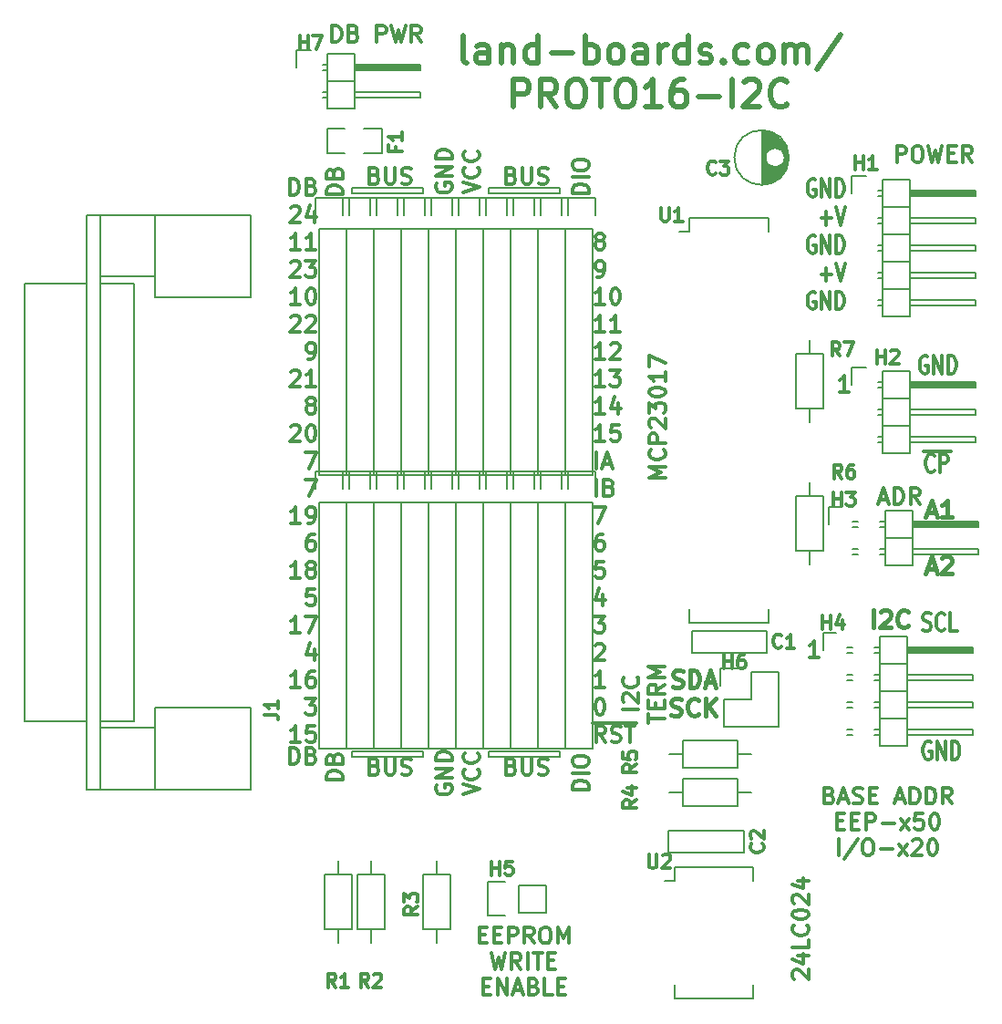
<source format=gto>
G04 #@! TF.FileFunction,Legend,Top*
%FSLAX46Y46*%
G04 Gerber Fmt 4.6, Leading zero omitted, Abs format (unit mm)*
G04 Created by KiCad (PCBNEW (after 2015-mar-04 BZR unknown)-product) date 10/26/2016 1:01:30 PM*
%MOMM*%
G01*
G04 APERTURE LIST*
%ADD10C,0.150000*%
%ADD11C,0.300000*%
%ADD12C,0.200000*%
%ADD13C,0.396875*%
%ADD14C,0.508000*%
%ADD15C,0.127000*%
%ADD16C,0.317500*%
G04 APERTURE END LIST*
D10*
D11*
X26662572Y-14394571D02*
X26662572Y-12894571D01*
X27019715Y-12894571D01*
X27234000Y-12966000D01*
X27376858Y-13108857D01*
X27448286Y-13251714D01*
X27519715Y-13537429D01*
X27519715Y-13751714D01*
X27448286Y-14037429D01*
X27376858Y-14180286D01*
X27234000Y-14323143D01*
X27019715Y-14394571D01*
X26662572Y-14394571D01*
X28662572Y-13608857D02*
X28876858Y-13680286D01*
X28948286Y-13751714D01*
X29019715Y-13894571D01*
X29019715Y-14108857D01*
X28948286Y-14251714D01*
X28876858Y-14323143D01*
X28734000Y-14394571D01*
X28162572Y-14394571D01*
X28162572Y-12894571D01*
X28662572Y-12894571D01*
X28805429Y-12966000D01*
X28876858Y-13037429D01*
X28948286Y-13180286D01*
X28948286Y-13323143D01*
X28876858Y-13466000D01*
X28805429Y-13537429D01*
X28662572Y-13608857D01*
X28162572Y-13608857D01*
X30805429Y-14394571D02*
X30805429Y-12894571D01*
X31376857Y-12894571D01*
X31519715Y-12966000D01*
X31591143Y-13037429D01*
X31662572Y-13180286D01*
X31662572Y-13394571D01*
X31591143Y-13537429D01*
X31519715Y-13608857D01*
X31376857Y-13680286D01*
X30805429Y-13680286D01*
X32162572Y-12894571D02*
X32519715Y-14394571D01*
X32805429Y-13323143D01*
X33091143Y-14394571D01*
X33448286Y-12894571D01*
X34876858Y-14394571D02*
X34376858Y-13680286D01*
X34019715Y-14394571D02*
X34019715Y-12894571D01*
X34591143Y-12894571D01*
X34734001Y-12966000D01*
X34805429Y-13037429D01*
X34876858Y-13180286D01*
X34876858Y-13394571D01*
X34805429Y-13537429D01*
X34734001Y-13608857D01*
X34591143Y-13680286D01*
X34019715Y-13680286D01*
X52014286Y-79418571D02*
X51514286Y-78704286D01*
X51157143Y-79418571D02*
X51157143Y-77918571D01*
X51728571Y-77918571D01*
X51871429Y-77990000D01*
X51942857Y-78061429D01*
X52014286Y-78204286D01*
X52014286Y-78418571D01*
X51942857Y-78561429D01*
X51871429Y-78632857D01*
X51728571Y-78704286D01*
X51157143Y-78704286D01*
X52585714Y-79347143D02*
X52800000Y-79418571D01*
X53157143Y-79418571D01*
X53300000Y-79347143D01*
X53371429Y-79275714D01*
X53442857Y-79132857D01*
X53442857Y-78990000D01*
X53371429Y-78847143D01*
X53300000Y-78775714D01*
X53157143Y-78704286D01*
X52871429Y-78632857D01*
X52728571Y-78561429D01*
X52657143Y-78490000D01*
X52585714Y-78347143D01*
X52585714Y-78204286D01*
X52657143Y-78061429D01*
X52728571Y-77990000D01*
X52871429Y-77918571D01*
X53228571Y-77918571D01*
X53442857Y-77990000D01*
X53871428Y-77918571D02*
X54728571Y-77918571D01*
X54300000Y-79418571D02*
X54300000Y-77918571D01*
X50800000Y-77660000D02*
X54871428Y-77660000D01*
X51157143Y-56558571D02*
X51157143Y-55058571D01*
X52371429Y-55772857D02*
X52585715Y-55844286D01*
X52657143Y-55915714D01*
X52728572Y-56058571D01*
X52728572Y-56272857D01*
X52657143Y-56415714D01*
X52585715Y-56487143D01*
X52442857Y-56558571D01*
X51871429Y-56558571D01*
X51871429Y-55058571D01*
X52371429Y-55058571D01*
X52514286Y-55130000D01*
X52585715Y-55201429D01*
X52657143Y-55344286D01*
X52657143Y-55487143D01*
X52585715Y-55630000D01*
X52514286Y-55701429D01*
X52371429Y-55772857D01*
X51871429Y-55772857D01*
X51157143Y-54018571D02*
X51157143Y-52518571D01*
X51800000Y-53590000D02*
X52514286Y-53590000D01*
X51657143Y-54018571D02*
X52157143Y-52518571D01*
X52657143Y-54018571D01*
X51442857Y-75378571D02*
X51585714Y-75378571D01*
X51728571Y-75450000D01*
X51800000Y-75521429D01*
X51871429Y-75664286D01*
X51942857Y-75950000D01*
X51942857Y-76307143D01*
X51871429Y-76592857D01*
X51800000Y-76735714D01*
X51728571Y-76807143D01*
X51585714Y-76878571D01*
X51442857Y-76878571D01*
X51300000Y-76807143D01*
X51228571Y-76735714D01*
X51157143Y-76592857D01*
X51085714Y-76307143D01*
X51085714Y-75950000D01*
X51157143Y-75664286D01*
X51228571Y-75521429D01*
X51300000Y-75450000D01*
X51442857Y-75378571D01*
X51942857Y-74338571D02*
X51085714Y-74338571D01*
X51514286Y-74338571D02*
X51514286Y-72838571D01*
X51371429Y-73052857D01*
X51228571Y-73195714D01*
X51085714Y-73267143D01*
X51085714Y-70441429D02*
X51157143Y-70370000D01*
X51300000Y-70298571D01*
X51657143Y-70298571D01*
X51800000Y-70370000D01*
X51871429Y-70441429D01*
X51942857Y-70584286D01*
X51942857Y-70727143D01*
X51871429Y-70941429D01*
X51014286Y-71798571D01*
X51942857Y-71798571D01*
X51014286Y-67758571D02*
X51942857Y-67758571D01*
X51442857Y-68330000D01*
X51657143Y-68330000D01*
X51800000Y-68401429D01*
X51871429Y-68472857D01*
X51942857Y-68615714D01*
X51942857Y-68972857D01*
X51871429Y-69115714D01*
X51800000Y-69187143D01*
X51657143Y-69258571D01*
X51228571Y-69258571D01*
X51085714Y-69187143D01*
X51014286Y-69115714D01*
X51800000Y-65718571D02*
X51800000Y-66718571D01*
X51442857Y-65147143D02*
X51085714Y-66218571D01*
X52014286Y-66218571D01*
X51871429Y-62678571D02*
X51157143Y-62678571D01*
X51085714Y-63392857D01*
X51157143Y-63321429D01*
X51300000Y-63250000D01*
X51657143Y-63250000D01*
X51800000Y-63321429D01*
X51871429Y-63392857D01*
X51942857Y-63535714D01*
X51942857Y-63892857D01*
X51871429Y-64035714D01*
X51800000Y-64107143D01*
X51657143Y-64178571D01*
X51300000Y-64178571D01*
X51157143Y-64107143D01*
X51085714Y-64035714D01*
X51800000Y-60138571D02*
X51514286Y-60138571D01*
X51371429Y-60210000D01*
X51300000Y-60281429D01*
X51157143Y-60495714D01*
X51085714Y-60781429D01*
X51085714Y-61352857D01*
X51157143Y-61495714D01*
X51228571Y-61567143D01*
X51371429Y-61638571D01*
X51657143Y-61638571D01*
X51800000Y-61567143D01*
X51871429Y-61495714D01*
X51942857Y-61352857D01*
X51942857Y-60995714D01*
X51871429Y-60852857D01*
X51800000Y-60781429D01*
X51657143Y-60710000D01*
X51371429Y-60710000D01*
X51228571Y-60781429D01*
X51157143Y-60852857D01*
X51085714Y-60995714D01*
X51014286Y-57598571D02*
X52014286Y-57598571D01*
X51371429Y-59098571D01*
X51942857Y-51478571D02*
X51085714Y-51478571D01*
X51514286Y-51478571D02*
X51514286Y-49978571D01*
X51371429Y-50192857D01*
X51228571Y-50335714D01*
X51085714Y-50407143D01*
X53300000Y-49978571D02*
X52585714Y-49978571D01*
X52514285Y-50692857D01*
X52585714Y-50621429D01*
X52728571Y-50550000D01*
X53085714Y-50550000D01*
X53228571Y-50621429D01*
X53300000Y-50692857D01*
X53371428Y-50835714D01*
X53371428Y-51192857D01*
X53300000Y-51335714D01*
X53228571Y-51407143D01*
X53085714Y-51478571D01*
X52728571Y-51478571D01*
X52585714Y-51407143D01*
X52514285Y-51335714D01*
X51942857Y-48938571D02*
X51085714Y-48938571D01*
X51514286Y-48938571D02*
X51514286Y-47438571D01*
X51371429Y-47652857D01*
X51228571Y-47795714D01*
X51085714Y-47867143D01*
X53228571Y-47938571D02*
X53228571Y-48938571D01*
X52871428Y-47367143D02*
X52514285Y-48438571D01*
X53442857Y-48438571D01*
X51942857Y-46398571D02*
X51085714Y-46398571D01*
X51514286Y-46398571D02*
X51514286Y-44898571D01*
X51371429Y-45112857D01*
X51228571Y-45255714D01*
X51085714Y-45327143D01*
X52442857Y-44898571D02*
X53371428Y-44898571D01*
X52871428Y-45470000D01*
X53085714Y-45470000D01*
X53228571Y-45541429D01*
X53300000Y-45612857D01*
X53371428Y-45755714D01*
X53371428Y-46112857D01*
X53300000Y-46255714D01*
X53228571Y-46327143D01*
X53085714Y-46398571D01*
X52657142Y-46398571D01*
X52514285Y-46327143D01*
X52442857Y-46255714D01*
X51942857Y-43858571D02*
X51085714Y-43858571D01*
X51514286Y-43858571D02*
X51514286Y-42358571D01*
X51371429Y-42572857D01*
X51228571Y-42715714D01*
X51085714Y-42787143D01*
X52514285Y-42501429D02*
X52585714Y-42430000D01*
X52728571Y-42358571D01*
X53085714Y-42358571D01*
X53228571Y-42430000D01*
X53300000Y-42501429D01*
X53371428Y-42644286D01*
X53371428Y-42787143D01*
X53300000Y-43001429D01*
X52442857Y-43858571D01*
X53371428Y-43858571D01*
X51942857Y-41318571D02*
X51085714Y-41318571D01*
X51514286Y-41318571D02*
X51514286Y-39818571D01*
X51371429Y-40032857D01*
X51228571Y-40175714D01*
X51085714Y-40247143D01*
X53371428Y-41318571D02*
X52514285Y-41318571D01*
X52942857Y-41318571D02*
X52942857Y-39818571D01*
X52800000Y-40032857D01*
X52657142Y-40175714D01*
X52514285Y-40247143D01*
X51942857Y-38778571D02*
X51085714Y-38778571D01*
X51514286Y-38778571D02*
X51514286Y-37278571D01*
X51371429Y-37492857D01*
X51228571Y-37635714D01*
X51085714Y-37707143D01*
X52871428Y-37278571D02*
X53014285Y-37278571D01*
X53157142Y-37350000D01*
X53228571Y-37421429D01*
X53300000Y-37564286D01*
X53371428Y-37850000D01*
X53371428Y-38207143D01*
X53300000Y-38492857D01*
X53228571Y-38635714D01*
X53157142Y-38707143D01*
X53014285Y-38778571D01*
X52871428Y-38778571D01*
X52728571Y-38707143D01*
X52657142Y-38635714D01*
X52585714Y-38492857D01*
X52514285Y-38207143D01*
X52514285Y-37850000D01*
X52585714Y-37564286D01*
X52657142Y-37421429D01*
X52728571Y-37350000D01*
X52871428Y-37278571D01*
X51228571Y-36238571D02*
X51514286Y-36238571D01*
X51657143Y-36167143D01*
X51728571Y-36095714D01*
X51871429Y-35881429D01*
X51942857Y-35595714D01*
X51942857Y-35024286D01*
X51871429Y-34881429D01*
X51800000Y-34810000D01*
X51657143Y-34738571D01*
X51371429Y-34738571D01*
X51228571Y-34810000D01*
X51157143Y-34881429D01*
X51085714Y-35024286D01*
X51085714Y-35381429D01*
X51157143Y-35524286D01*
X51228571Y-35595714D01*
X51371429Y-35667143D01*
X51657143Y-35667143D01*
X51800000Y-35595714D01*
X51871429Y-35524286D01*
X51942857Y-35381429D01*
X51371429Y-32841429D02*
X51228571Y-32770000D01*
X51157143Y-32698571D01*
X51085714Y-32555714D01*
X51085714Y-32484286D01*
X51157143Y-32341429D01*
X51228571Y-32270000D01*
X51371429Y-32198571D01*
X51657143Y-32198571D01*
X51800000Y-32270000D01*
X51871429Y-32341429D01*
X51942857Y-32484286D01*
X51942857Y-32555714D01*
X51871429Y-32698571D01*
X51800000Y-32770000D01*
X51657143Y-32841429D01*
X51371429Y-32841429D01*
X51228571Y-32912857D01*
X51157143Y-32984286D01*
X51085714Y-33127143D01*
X51085714Y-33412857D01*
X51157143Y-33555714D01*
X51228571Y-33627143D01*
X51371429Y-33698571D01*
X51657143Y-33698571D01*
X51800000Y-33627143D01*
X51871429Y-33555714D01*
X51942857Y-33412857D01*
X51942857Y-33127143D01*
X51871429Y-32984286D01*
X51800000Y-32912857D01*
X51657143Y-32841429D01*
X23685715Y-79418571D02*
X22828572Y-79418571D01*
X23257144Y-79418571D02*
X23257144Y-77918571D01*
X23114287Y-78132857D01*
X22971429Y-78275714D01*
X22828572Y-78347143D01*
X25042858Y-77918571D02*
X24328572Y-77918571D01*
X24257143Y-78632857D01*
X24328572Y-78561429D01*
X24471429Y-78490000D01*
X24828572Y-78490000D01*
X24971429Y-78561429D01*
X25042858Y-78632857D01*
X25114286Y-78775714D01*
X25114286Y-79132857D01*
X25042858Y-79275714D01*
X24971429Y-79347143D01*
X24828572Y-79418571D01*
X24471429Y-79418571D01*
X24328572Y-79347143D01*
X24257143Y-79275714D01*
X24185715Y-75378571D02*
X25114286Y-75378571D01*
X24614286Y-75950000D01*
X24828572Y-75950000D01*
X24971429Y-76021429D01*
X25042858Y-76092857D01*
X25114286Y-76235714D01*
X25114286Y-76592857D01*
X25042858Y-76735714D01*
X24971429Y-76807143D01*
X24828572Y-76878571D01*
X24400000Y-76878571D01*
X24257143Y-76807143D01*
X24185715Y-76735714D01*
X23685715Y-74338571D02*
X22828572Y-74338571D01*
X23257144Y-74338571D02*
X23257144Y-72838571D01*
X23114287Y-73052857D01*
X22971429Y-73195714D01*
X22828572Y-73267143D01*
X24971429Y-72838571D02*
X24685715Y-72838571D01*
X24542858Y-72910000D01*
X24471429Y-72981429D01*
X24328572Y-73195714D01*
X24257143Y-73481429D01*
X24257143Y-74052857D01*
X24328572Y-74195714D01*
X24400000Y-74267143D01*
X24542858Y-74338571D01*
X24828572Y-74338571D01*
X24971429Y-74267143D01*
X25042858Y-74195714D01*
X25114286Y-74052857D01*
X25114286Y-73695714D01*
X25042858Y-73552857D01*
X24971429Y-73481429D01*
X24828572Y-73410000D01*
X24542858Y-73410000D01*
X24400000Y-73481429D01*
X24328572Y-73552857D01*
X24257143Y-73695714D01*
X24971429Y-70798571D02*
X24971429Y-71798571D01*
X24614286Y-70227143D02*
X24257143Y-71298571D01*
X25185715Y-71298571D01*
X23685715Y-69258571D02*
X22828572Y-69258571D01*
X23257144Y-69258571D02*
X23257144Y-67758571D01*
X23114287Y-67972857D01*
X22971429Y-68115714D01*
X22828572Y-68187143D01*
X24185715Y-67758571D02*
X25185715Y-67758571D01*
X24542858Y-69258571D01*
X25042858Y-65218571D02*
X24328572Y-65218571D01*
X24257143Y-65932857D01*
X24328572Y-65861429D01*
X24471429Y-65790000D01*
X24828572Y-65790000D01*
X24971429Y-65861429D01*
X25042858Y-65932857D01*
X25114286Y-66075714D01*
X25114286Y-66432857D01*
X25042858Y-66575714D01*
X24971429Y-66647143D01*
X24828572Y-66718571D01*
X24471429Y-66718571D01*
X24328572Y-66647143D01*
X24257143Y-66575714D01*
X23685715Y-64178571D02*
X22828572Y-64178571D01*
X23257144Y-64178571D02*
X23257144Y-62678571D01*
X23114287Y-62892857D01*
X22971429Y-63035714D01*
X22828572Y-63107143D01*
X24542858Y-63321429D02*
X24400000Y-63250000D01*
X24328572Y-63178571D01*
X24257143Y-63035714D01*
X24257143Y-62964286D01*
X24328572Y-62821429D01*
X24400000Y-62750000D01*
X24542858Y-62678571D01*
X24828572Y-62678571D01*
X24971429Y-62750000D01*
X25042858Y-62821429D01*
X25114286Y-62964286D01*
X25114286Y-63035714D01*
X25042858Y-63178571D01*
X24971429Y-63250000D01*
X24828572Y-63321429D01*
X24542858Y-63321429D01*
X24400000Y-63392857D01*
X24328572Y-63464286D01*
X24257143Y-63607143D01*
X24257143Y-63892857D01*
X24328572Y-64035714D01*
X24400000Y-64107143D01*
X24542858Y-64178571D01*
X24828572Y-64178571D01*
X24971429Y-64107143D01*
X25042858Y-64035714D01*
X25114286Y-63892857D01*
X25114286Y-63607143D01*
X25042858Y-63464286D01*
X24971429Y-63392857D01*
X24828572Y-63321429D01*
X24971429Y-60138571D02*
X24685715Y-60138571D01*
X24542858Y-60210000D01*
X24471429Y-60281429D01*
X24328572Y-60495714D01*
X24257143Y-60781429D01*
X24257143Y-61352857D01*
X24328572Y-61495714D01*
X24400000Y-61567143D01*
X24542858Y-61638571D01*
X24828572Y-61638571D01*
X24971429Y-61567143D01*
X25042858Y-61495714D01*
X25114286Y-61352857D01*
X25114286Y-60995714D01*
X25042858Y-60852857D01*
X24971429Y-60781429D01*
X24828572Y-60710000D01*
X24542858Y-60710000D01*
X24400000Y-60781429D01*
X24328572Y-60852857D01*
X24257143Y-60995714D01*
X23685715Y-59098571D02*
X22828572Y-59098571D01*
X23257144Y-59098571D02*
X23257144Y-57598571D01*
X23114287Y-57812857D01*
X22971429Y-57955714D01*
X22828572Y-58027143D01*
X24400000Y-59098571D02*
X24685715Y-59098571D01*
X24828572Y-59027143D01*
X24900000Y-58955714D01*
X25042858Y-58741429D01*
X25114286Y-58455714D01*
X25114286Y-57884286D01*
X25042858Y-57741429D01*
X24971429Y-57670000D01*
X24828572Y-57598571D01*
X24542858Y-57598571D01*
X24400000Y-57670000D01*
X24328572Y-57741429D01*
X24257143Y-57884286D01*
X24257143Y-58241429D01*
X24328572Y-58384286D01*
X24400000Y-58455714D01*
X24542858Y-58527143D01*
X24828572Y-58527143D01*
X24971429Y-58455714D01*
X25042858Y-58384286D01*
X25114286Y-58241429D01*
X24185715Y-55058571D02*
X25185715Y-55058571D01*
X24542858Y-56558571D01*
X24185715Y-52518571D02*
X25185715Y-52518571D01*
X24542858Y-54018571D01*
X22733143Y-81450571D02*
X22733143Y-79950571D01*
X23090286Y-79950571D01*
X23304571Y-80022000D01*
X23447429Y-80164857D01*
X23518857Y-80307714D01*
X23590286Y-80593429D01*
X23590286Y-80807714D01*
X23518857Y-81093429D01*
X23447429Y-81236286D01*
X23304571Y-81379143D01*
X23090286Y-81450571D01*
X22733143Y-81450571D01*
X24733143Y-80664857D02*
X24947429Y-80736286D01*
X25018857Y-80807714D01*
X25090286Y-80950571D01*
X25090286Y-81164857D01*
X25018857Y-81307714D01*
X24947429Y-81379143D01*
X24804571Y-81450571D01*
X24233143Y-81450571D01*
X24233143Y-79950571D01*
X24733143Y-79950571D01*
X24876000Y-80022000D01*
X24947429Y-80093429D01*
X25018857Y-80236286D01*
X25018857Y-80379143D01*
X24947429Y-80522000D01*
X24876000Y-80593429D01*
X24733143Y-80664857D01*
X24233143Y-80664857D01*
X43311143Y-81680857D02*
X43525429Y-81752286D01*
X43596857Y-81823714D01*
X43668286Y-81966571D01*
X43668286Y-82180857D01*
X43596857Y-82323714D01*
X43525429Y-82395143D01*
X43382571Y-82466571D01*
X42811143Y-82466571D01*
X42811143Y-80966571D01*
X43311143Y-80966571D01*
X43454000Y-81038000D01*
X43525429Y-81109429D01*
X43596857Y-81252286D01*
X43596857Y-81395143D01*
X43525429Y-81538000D01*
X43454000Y-81609429D01*
X43311143Y-81680857D01*
X42811143Y-81680857D01*
X44311143Y-80966571D02*
X44311143Y-82180857D01*
X44382571Y-82323714D01*
X44454000Y-82395143D01*
X44596857Y-82466571D01*
X44882571Y-82466571D01*
X45025429Y-82395143D01*
X45096857Y-82323714D01*
X45168286Y-82180857D01*
X45168286Y-80966571D01*
X45811143Y-82395143D02*
X46025429Y-82466571D01*
X46382572Y-82466571D01*
X46525429Y-82395143D01*
X46596858Y-82323714D01*
X46668286Y-82180857D01*
X46668286Y-82038000D01*
X46596858Y-81895143D01*
X46525429Y-81823714D01*
X46382572Y-81752286D01*
X46096858Y-81680857D01*
X45954000Y-81609429D01*
X45882572Y-81538000D01*
X45811143Y-81395143D01*
X45811143Y-81252286D01*
X45882572Y-81109429D01*
X45954000Y-81038000D01*
X46096858Y-80966571D01*
X46454000Y-80966571D01*
X46668286Y-81038000D01*
X30611143Y-81680857D02*
X30825429Y-81752286D01*
X30896857Y-81823714D01*
X30968286Y-81966571D01*
X30968286Y-82180857D01*
X30896857Y-82323714D01*
X30825429Y-82395143D01*
X30682571Y-82466571D01*
X30111143Y-82466571D01*
X30111143Y-80966571D01*
X30611143Y-80966571D01*
X30754000Y-81038000D01*
X30825429Y-81109429D01*
X30896857Y-81252286D01*
X30896857Y-81395143D01*
X30825429Y-81538000D01*
X30754000Y-81609429D01*
X30611143Y-81680857D01*
X30111143Y-81680857D01*
X31611143Y-80966571D02*
X31611143Y-82180857D01*
X31682571Y-82323714D01*
X31754000Y-82395143D01*
X31896857Y-82466571D01*
X32182571Y-82466571D01*
X32325429Y-82395143D01*
X32396857Y-82323714D01*
X32468286Y-82180857D01*
X32468286Y-80966571D01*
X33111143Y-82395143D02*
X33325429Y-82466571D01*
X33682572Y-82466571D01*
X33825429Y-82395143D01*
X33896858Y-82323714D01*
X33968286Y-82180857D01*
X33968286Y-82038000D01*
X33896858Y-81895143D01*
X33825429Y-81823714D01*
X33682572Y-81752286D01*
X33396858Y-81680857D01*
X33254000Y-81609429D01*
X33182572Y-81538000D01*
X33111143Y-81395143D01*
X33111143Y-81252286D01*
X33182572Y-81109429D01*
X33254000Y-81038000D01*
X33396858Y-80966571D01*
X33754000Y-80966571D01*
X33968286Y-81038000D01*
X30611143Y-26816857D02*
X30825429Y-26888286D01*
X30896857Y-26959714D01*
X30968286Y-27102571D01*
X30968286Y-27316857D01*
X30896857Y-27459714D01*
X30825429Y-27531143D01*
X30682571Y-27602571D01*
X30111143Y-27602571D01*
X30111143Y-26102571D01*
X30611143Y-26102571D01*
X30754000Y-26174000D01*
X30825429Y-26245429D01*
X30896857Y-26388286D01*
X30896857Y-26531143D01*
X30825429Y-26674000D01*
X30754000Y-26745429D01*
X30611143Y-26816857D01*
X30111143Y-26816857D01*
X31611143Y-26102571D02*
X31611143Y-27316857D01*
X31682571Y-27459714D01*
X31754000Y-27531143D01*
X31896857Y-27602571D01*
X32182571Y-27602571D01*
X32325429Y-27531143D01*
X32396857Y-27459714D01*
X32468286Y-27316857D01*
X32468286Y-26102571D01*
X33111143Y-27531143D02*
X33325429Y-27602571D01*
X33682572Y-27602571D01*
X33825429Y-27531143D01*
X33896858Y-27459714D01*
X33968286Y-27316857D01*
X33968286Y-27174000D01*
X33896858Y-27031143D01*
X33825429Y-26959714D01*
X33682572Y-26888286D01*
X33396858Y-26816857D01*
X33254000Y-26745429D01*
X33182572Y-26674000D01*
X33111143Y-26531143D01*
X33111143Y-26388286D01*
X33182572Y-26245429D01*
X33254000Y-26174000D01*
X33396858Y-26102571D01*
X33754000Y-26102571D01*
X33968286Y-26174000D01*
X43311143Y-26816857D02*
X43525429Y-26888286D01*
X43596857Y-26959714D01*
X43668286Y-27102571D01*
X43668286Y-27316857D01*
X43596857Y-27459714D01*
X43525429Y-27531143D01*
X43382571Y-27602571D01*
X42811143Y-27602571D01*
X42811143Y-26102571D01*
X43311143Y-26102571D01*
X43454000Y-26174000D01*
X43525429Y-26245429D01*
X43596857Y-26388286D01*
X43596857Y-26531143D01*
X43525429Y-26674000D01*
X43454000Y-26745429D01*
X43311143Y-26816857D01*
X42811143Y-26816857D01*
X44311143Y-26102571D02*
X44311143Y-27316857D01*
X44382571Y-27459714D01*
X44454000Y-27531143D01*
X44596857Y-27602571D01*
X44882571Y-27602571D01*
X45025429Y-27531143D01*
X45096857Y-27459714D01*
X45168286Y-27316857D01*
X45168286Y-26102571D01*
X45811143Y-27531143D02*
X46025429Y-27602571D01*
X46382572Y-27602571D01*
X46525429Y-27531143D01*
X46596858Y-27459714D01*
X46668286Y-27316857D01*
X46668286Y-27174000D01*
X46596858Y-27031143D01*
X46525429Y-26959714D01*
X46382572Y-26888286D01*
X46096858Y-26816857D01*
X45954000Y-26745429D01*
X45882572Y-26674000D01*
X45811143Y-26531143D01*
X45811143Y-26388286D01*
X45882572Y-26245429D01*
X45954000Y-26174000D01*
X46096858Y-26102571D01*
X46454000Y-26102571D01*
X46668286Y-26174000D01*
X22733143Y-28618571D02*
X22733143Y-27118571D01*
X23090286Y-27118571D01*
X23304571Y-27190000D01*
X23447429Y-27332857D01*
X23518857Y-27475714D01*
X23590286Y-27761429D01*
X23590286Y-27975714D01*
X23518857Y-28261429D01*
X23447429Y-28404286D01*
X23304571Y-28547143D01*
X23090286Y-28618571D01*
X22733143Y-28618571D01*
X24733143Y-27832857D02*
X24947429Y-27904286D01*
X25018857Y-27975714D01*
X25090286Y-28118571D01*
X25090286Y-28332857D01*
X25018857Y-28475714D01*
X24947429Y-28547143D01*
X24804571Y-28618571D01*
X24233143Y-28618571D01*
X24233143Y-27118571D01*
X24733143Y-27118571D01*
X24876000Y-27190000D01*
X24947429Y-27261429D01*
X25018857Y-27404286D01*
X25018857Y-27547143D01*
X24947429Y-27690000D01*
X24876000Y-27761429D01*
X24733143Y-27832857D01*
X24233143Y-27832857D01*
X22828572Y-50121429D02*
X22900001Y-50050000D01*
X23042858Y-49978571D01*
X23400001Y-49978571D01*
X23542858Y-50050000D01*
X23614287Y-50121429D01*
X23685715Y-50264286D01*
X23685715Y-50407143D01*
X23614287Y-50621429D01*
X22757144Y-51478571D01*
X23685715Y-51478571D01*
X24614286Y-49978571D02*
X24757143Y-49978571D01*
X24900000Y-50050000D01*
X24971429Y-50121429D01*
X25042858Y-50264286D01*
X25114286Y-50550000D01*
X25114286Y-50907143D01*
X25042858Y-51192857D01*
X24971429Y-51335714D01*
X24900000Y-51407143D01*
X24757143Y-51478571D01*
X24614286Y-51478571D01*
X24471429Y-51407143D01*
X24400000Y-51335714D01*
X24328572Y-51192857D01*
X24257143Y-50907143D01*
X24257143Y-50550000D01*
X24328572Y-50264286D01*
X24400000Y-50121429D01*
X24471429Y-50050000D01*
X24614286Y-49978571D01*
X24542858Y-48081429D02*
X24400000Y-48010000D01*
X24328572Y-47938571D01*
X24257143Y-47795714D01*
X24257143Y-47724286D01*
X24328572Y-47581429D01*
X24400000Y-47510000D01*
X24542858Y-47438571D01*
X24828572Y-47438571D01*
X24971429Y-47510000D01*
X25042858Y-47581429D01*
X25114286Y-47724286D01*
X25114286Y-47795714D01*
X25042858Y-47938571D01*
X24971429Y-48010000D01*
X24828572Y-48081429D01*
X24542858Y-48081429D01*
X24400000Y-48152857D01*
X24328572Y-48224286D01*
X24257143Y-48367143D01*
X24257143Y-48652857D01*
X24328572Y-48795714D01*
X24400000Y-48867143D01*
X24542858Y-48938571D01*
X24828572Y-48938571D01*
X24971429Y-48867143D01*
X25042858Y-48795714D01*
X25114286Y-48652857D01*
X25114286Y-48367143D01*
X25042858Y-48224286D01*
X24971429Y-48152857D01*
X24828572Y-48081429D01*
X22828572Y-45041429D02*
X22900001Y-44970000D01*
X23042858Y-44898571D01*
X23400001Y-44898571D01*
X23542858Y-44970000D01*
X23614287Y-45041429D01*
X23685715Y-45184286D01*
X23685715Y-45327143D01*
X23614287Y-45541429D01*
X22757144Y-46398571D01*
X23685715Y-46398571D01*
X25114286Y-46398571D02*
X24257143Y-46398571D01*
X24685715Y-46398571D02*
X24685715Y-44898571D01*
X24542858Y-45112857D01*
X24400000Y-45255714D01*
X24257143Y-45327143D01*
X24400000Y-43858571D02*
X24685715Y-43858571D01*
X24828572Y-43787143D01*
X24900000Y-43715714D01*
X25042858Y-43501429D01*
X25114286Y-43215714D01*
X25114286Y-42644286D01*
X25042858Y-42501429D01*
X24971429Y-42430000D01*
X24828572Y-42358571D01*
X24542858Y-42358571D01*
X24400000Y-42430000D01*
X24328572Y-42501429D01*
X24257143Y-42644286D01*
X24257143Y-43001429D01*
X24328572Y-43144286D01*
X24400000Y-43215714D01*
X24542858Y-43287143D01*
X24828572Y-43287143D01*
X24971429Y-43215714D01*
X25042858Y-43144286D01*
X25114286Y-43001429D01*
X22828572Y-39961429D02*
X22900001Y-39890000D01*
X23042858Y-39818571D01*
X23400001Y-39818571D01*
X23542858Y-39890000D01*
X23614287Y-39961429D01*
X23685715Y-40104286D01*
X23685715Y-40247143D01*
X23614287Y-40461429D01*
X22757144Y-41318571D01*
X23685715Y-41318571D01*
X24257143Y-39961429D02*
X24328572Y-39890000D01*
X24471429Y-39818571D01*
X24828572Y-39818571D01*
X24971429Y-39890000D01*
X25042858Y-39961429D01*
X25114286Y-40104286D01*
X25114286Y-40247143D01*
X25042858Y-40461429D01*
X24185715Y-41318571D01*
X25114286Y-41318571D01*
X23685715Y-38778571D02*
X22828572Y-38778571D01*
X23257144Y-38778571D02*
X23257144Y-37278571D01*
X23114287Y-37492857D01*
X22971429Y-37635714D01*
X22828572Y-37707143D01*
X24614286Y-37278571D02*
X24757143Y-37278571D01*
X24900000Y-37350000D01*
X24971429Y-37421429D01*
X25042858Y-37564286D01*
X25114286Y-37850000D01*
X25114286Y-38207143D01*
X25042858Y-38492857D01*
X24971429Y-38635714D01*
X24900000Y-38707143D01*
X24757143Y-38778571D01*
X24614286Y-38778571D01*
X24471429Y-38707143D01*
X24400000Y-38635714D01*
X24328572Y-38492857D01*
X24257143Y-38207143D01*
X24257143Y-37850000D01*
X24328572Y-37564286D01*
X24400000Y-37421429D01*
X24471429Y-37350000D01*
X24614286Y-37278571D01*
X22828572Y-34881429D02*
X22900001Y-34810000D01*
X23042858Y-34738571D01*
X23400001Y-34738571D01*
X23542858Y-34810000D01*
X23614287Y-34881429D01*
X23685715Y-35024286D01*
X23685715Y-35167143D01*
X23614287Y-35381429D01*
X22757144Y-36238571D01*
X23685715Y-36238571D01*
X24185715Y-34738571D02*
X25114286Y-34738571D01*
X24614286Y-35310000D01*
X24828572Y-35310000D01*
X24971429Y-35381429D01*
X25042858Y-35452857D01*
X25114286Y-35595714D01*
X25114286Y-35952857D01*
X25042858Y-36095714D01*
X24971429Y-36167143D01*
X24828572Y-36238571D01*
X24400000Y-36238571D01*
X24257143Y-36167143D01*
X24185715Y-36095714D01*
X23685715Y-33698571D02*
X22828572Y-33698571D01*
X23257144Y-33698571D02*
X23257144Y-32198571D01*
X23114287Y-32412857D01*
X22971429Y-32555714D01*
X22828572Y-32627143D01*
X25114286Y-33698571D02*
X24257143Y-33698571D01*
X24685715Y-33698571D02*
X24685715Y-32198571D01*
X24542858Y-32412857D01*
X24400000Y-32555714D01*
X24257143Y-32627143D01*
X22828572Y-29801429D02*
X22900001Y-29730000D01*
X23042858Y-29658571D01*
X23400001Y-29658571D01*
X23542858Y-29730000D01*
X23614287Y-29801429D01*
X23685715Y-29944286D01*
X23685715Y-30087143D01*
X23614287Y-30301429D01*
X22757144Y-31158571D01*
X23685715Y-31158571D01*
X24971429Y-30158571D02*
X24971429Y-31158571D01*
X24614286Y-29587143D02*
X24257143Y-30658571D01*
X25185715Y-30658571D01*
X50462571Y-28459714D02*
X48962571Y-28459714D01*
X48962571Y-28102571D01*
X49034000Y-27888286D01*
X49176857Y-27745428D01*
X49319714Y-27674000D01*
X49605429Y-27602571D01*
X49819714Y-27602571D01*
X50105429Y-27674000D01*
X50248286Y-27745428D01*
X50391143Y-27888286D01*
X50462571Y-28102571D01*
X50462571Y-28459714D01*
X50462571Y-26959714D02*
X48962571Y-26959714D01*
X48962571Y-25959714D02*
X48962571Y-25674000D01*
X49034000Y-25531142D01*
X49176857Y-25388285D01*
X49462571Y-25316857D01*
X49962571Y-25316857D01*
X50248286Y-25388285D01*
X50391143Y-25531142D01*
X50462571Y-25674000D01*
X50462571Y-25959714D01*
X50391143Y-26102571D01*
X50248286Y-26245428D01*
X49962571Y-26316857D01*
X49462571Y-26316857D01*
X49176857Y-26245428D01*
X49034000Y-26102571D01*
X48962571Y-25959714D01*
X50462571Y-83831714D02*
X48962571Y-83831714D01*
X48962571Y-83474571D01*
X49034000Y-83260286D01*
X49176857Y-83117428D01*
X49319714Y-83046000D01*
X49605429Y-82974571D01*
X49819714Y-82974571D01*
X50105429Y-83046000D01*
X50248286Y-83117428D01*
X50391143Y-83260286D01*
X50462571Y-83474571D01*
X50462571Y-83831714D01*
X50462571Y-82331714D02*
X48962571Y-82331714D01*
X48962571Y-81331714D02*
X48962571Y-81046000D01*
X49034000Y-80903142D01*
X49176857Y-80760285D01*
X49462571Y-80688857D01*
X49962571Y-80688857D01*
X50248286Y-80760285D01*
X50391143Y-80903142D01*
X50462571Y-81046000D01*
X50462571Y-81331714D01*
X50391143Y-81474571D01*
X50248286Y-81617428D01*
X49962571Y-81688857D01*
X49462571Y-81688857D01*
X49176857Y-81617428D01*
X49034000Y-81474571D01*
X48962571Y-81331714D01*
X27602571Y-82930857D02*
X26102571Y-82930857D01*
X26102571Y-82573714D01*
X26174000Y-82359429D01*
X26316857Y-82216571D01*
X26459714Y-82145143D01*
X26745429Y-82073714D01*
X26959714Y-82073714D01*
X27245429Y-82145143D01*
X27388286Y-82216571D01*
X27531143Y-82359429D01*
X27602571Y-82573714D01*
X27602571Y-82930857D01*
X26816857Y-80930857D02*
X26888286Y-80716571D01*
X26959714Y-80645143D01*
X27102571Y-80573714D01*
X27316857Y-80573714D01*
X27459714Y-80645143D01*
X27531143Y-80716571D01*
X27602571Y-80859429D01*
X27602571Y-81430857D01*
X26102571Y-81430857D01*
X26102571Y-80930857D01*
X26174000Y-80788000D01*
X26245429Y-80716571D01*
X26388286Y-80645143D01*
X26531143Y-80645143D01*
X26674000Y-80716571D01*
X26745429Y-80788000D01*
X26816857Y-80930857D01*
X26816857Y-81430857D01*
X27602571Y-28574857D02*
X26102571Y-28574857D01*
X26102571Y-28217714D01*
X26174000Y-28003429D01*
X26316857Y-27860571D01*
X26459714Y-27789143D01*
X26745429Y-27717714D01*
X26959714Y-27717714D01*
X27245429Y-27789143D01*
X27388286Y-27860571D01*
X27531143Y-28003429D01*
X27602571Y-28217714D01*
X27602571Y-28574857D01*
X26816857Y-26574857D02*
X26888286Y-26360571D01*
X26959714Y-26289143D01*
X27102571Y-26217714D01*
X27316857Y-26217714D01*
X27459714Y-26289143D01*
X27531143Y-26360571D01*
X27602571Y-26503429D01*
X27602571Y-27074857D01*
X26102571Y-27074857D01*
X26102571Y-26574857D01*
X26174000Y-26432000D01*
X26245429Y-26360571D01*
X26388286Y-26289143D01*
X26531143Y-26289143D01*
X26674000Y-26360571D01*
X26745429Y-26432000D01*
X26816857Y-26574857D01*
X26816857Y-27074857D01*
X38802571Y-84296000D02*
X40302571Y-83796000D01*
X38802571Y-83296000D01*
X40159714Y-81938857D02*
X40231143Y-82010286D01*
X40302571Y-82224572D01*
X40302571Y-82367429D01*
X40231143Y-82581714D01*
X40088286Y-82724572D01*
X39945429Y-82796000D01*
X39659714Y-82867429D01*
X39445429Y-82867429D01*
X39159714Y-82796000D01*
X39016857Y-82724572D01*
X38874000Y-82581714D01*
X38802571Y-82367429D01*
X38802571Y-82224572D01*
X38874000Y-82010286D01*
X38945429Y-81938857D01*
X40159714Y-80438857D02*
X40231143Y-80510286D01*
X40302571Y-80724572D01*
X40302571Y-80867429D01*
X40231143Y-81081714D01*
X40088286Y-81224572D01*
X39945429Y-81296000D01*
X39659714Y-81367429D01*
X39445429Y-81367429D01*
X39159714Y-81296000D01*
X39016857Y-81224572D01*
X38874000Y-81081714D01*
X38802571Y-80867429D01*
X38802571Y-80724572D01*
X38874000Y-80510286D01*
X38945429Y-80438857D01*
X36334000Y-83438857D02*
X36262571Y-83581714D01*
X36262571Y-83796000D01*
X36334000Y-84010285D01*
X36476857Y-84153143D01*
X36619714Y-84224571D01*
X36905429Y-84296000D01*
X37119714Y-84296000D01*
X37405429Y-84224571D01*
X37548286Y-84153143D01*
X37691143Y-84010285D01*
X37762571Y-83796000D01*
X37762571Y-83653143D01*
X37691143Y-83438857D01*
X37619714Y-83367428D01*
X37119714Y-83367428D01*
X37119714Y-83653143D01*
X37762571Y-82724571D02*
X36262571Y-82724571D01*
X37762571Y-81867428D01*
X36262571Y-81867428D01*
X37762571Y-81153142D02*
X36262571Y-81153142D01*
X36262571Y-80795999D01*
X36334000Y-80581714D01*
X36476857Y-80438856D01*
X36619714Y-80367428D01*
X36905429Y-80295999D01*
X37119714Y-80295999D01*
X37405429Y-80367428D01*
X37548286Y-80438856D01*
X37691143Y-80581714D01*
X37762571Y-80795999D01*
X37762571Y-81153142D01*
X38802571Y-28416000D02*
X40302571Y-27916000D01*
X38802571Y-27416000D01*
X40159714Y-26058857D02*
X40231143Y-26130286D01*
X40302571Y-26344572D01*
X40302571Y-26487429D01*
X40231143Y-26701714D01*
X40088286Y-26844572D01*
X39945429Y-26916000D01*
X39659714Y-26987429D01*
X39445429Y-26987429D01*
X39159714Y-26916000D01*
X39016857Y-26844572D01*
X38874000Y-26701714D01*
X38802571Y-26487429D01*
X38802571Y-26344572D01*
X38874000Y-26130286D01*
X38945429Y-26058857D01*
X40159714Y-24558857D02*
X40231143Y-24630286D01*
X40302571Y-24844572D01*
X40302571Y-24987429D01*
X40231143Y-25201714D01*
X40088286Y-25344572D01*
X39945429Y-25416000D01*
X39659714Y-25487429D01*
X39445429Y-25487429D01*
X39159714Y-25416000D01*
X39016857Y-25344572D01*
X38874000Y-25201714D01*
X38802571Y-24987429D01*
X38802571Y-24844572D01*
X38874000Y-24630286D01*
X38945429Y-24558857D01*
X36334000Y-27558857D02*
X36262571Y-27701714D01*
X36262571Y-27916000D01*
X36334000Y-28130285D01*
X36476857Y-28273143D01*
X36619714Y-28344571D01*
X36905429Y-28416000D01*
X37119714Y-28416000D01*
X37405429Y-28344571D01*
X37548286Y-28273143D01*
X37691143Y-28130285D01*
X37762571Y-27916000D01*
X37762571Y-27773143D01*
X37691143Y-27558857D01*
X37619714Y-27487428D01*
X37119714Y-27487428D01*
X37119714Y-27773143D01*
X37762571Y-26844571D02*
X36262571Y-26844571D01*
X37762571Y-25987428D01*
X36262571Y-25987428D01*
X37762571Y-25273142D02*
X36262571Y-25273142D01*
X36262571Y-24915999D01*
X36334000Y-24701714D01*
X36476857Y-24558856D01*
X36619714Y-24487428D01*
X36905429Y-24415999D01*
X37119714Y-24415999D01*
X37405429Y-24487428D01*
X37548286Y-24558856D01*
X37691143Y-24701714D01*
X37762571Y-24915999D01*
X37762571Y-25273142D01*
D12*
X41148000Y-80772000D02*
X41148000Y-80264000D01*
X47752000Y-80772000D02*
X41148000Y-80772000D01*
X47752000Y-80264000D02*
X47752000Y-80772000D01*
X41148000Y-80264000D02*
X47752000Y-80264000D01*
X28448000Y-80772000D02*
X28448000Y-80264000D01*
X35052000Y-80772000D02*
X28448000Y-80772000D01*
X35052000Y-80264000D02*
X35052000Y-80772000D01*
X28448000Y-80264000D02*
X35052000Y-80264000D01*
X47752000Y-27940000D02*
X47752000Y-28448000D01*
X41148000Y-27940000D02*
X47752000Y-27940000D01*
X41148000Y-28448000D02*
X41148000Y-27940000D01*
X35052000Y-27940000D02*
X35052000Y-28448000D01*
X28448000Y-27940000D02*
X35052000Y-27940000D01*
X28448000Y-28448000D02*
X28448000Y-27940000D01*
X41148000Y-28448000D02*
X47752000Y-28448000D01*
X28448000Y-28448000D02*
X35052000Y-28448000D01*
D11*
X82562095Y-54183643D02*
X82501619Y-54262262D01*
X82320190Y-54340881D01*
X82199238Y-54340881D01*
X82017810Y-54262262D01*
X81896857Y-54105024D01*
X81836381Y-53947786D01*
X81775905Y-53633310D01*
X81775905Y-53397452D01*
X81836381Y-53082976D01*
X81896857Y-52925738D01*
X82017810Y-52768500D01*
X82199238Y-52689881D01*
X82320190Y-52689881D01*
X82501619Y-52768500D01*
X82562095Y-52847119D01*
X83106381Y-54340881D02*
X83106381Y-52689881D01*
X83590190Y-52689881D01*
X83711143Y-52768500D01*
X83771619Y-52847119D01*
X83832095Y-53004357D01*
X83832095Y-53240214D01*
X83771619Y-53397452D01*
X83711143Y-53476071D01*
X83590190Y-53554690D01*
X83106381Y-53554690D01*
X81534000Y-52405280D02*
X84074000Y-52405280D01*
X81521905Y-68994262D02*
X81703333Y-69072881D01*
X82005714Y-69072881D01*
X82126667Y-68994262D01*
X82187143Y-68915643D01*
X82247619Y-68758405D01*
X82247619Y-68601167D01*
X82187143Y-68443929D01*
X82126667Y-68365310D01*
X82005714Y-68286690D01*
X81763810Y-68208071D01*
X81642857Y-68129452D01*
X81582381Y-68050833D01*
X81521905Y-67893595D01*
X81521905Y-67736357D01*
X81582381Y-67579119D01*
X81642857Y-67500500D01*
X81763810Y-67421881D01*
X82066190Y-67421881D01*
X82247619Y-67500500D01*
X83517619Y-68915643D02*
X83457143Y-68994262D01*
X83275714Y-69072881D01*
X83154762Y-69072881D01*
X82973334Y-68994262D01*
X82852381Y-68837024D01*
X82791905Y-68679786D01*
X82731429Y-68365310D01*
X82731429Y-68129452D01*
X82791905Y-67814976D01*
X82852381Y-67657738D01*
X82973334Y-67500500D01*
X83154762Y-67421881D01*
X83275714Y-67421881D01*
X83457143Y-67500500D01*
X83517619Y-67579119D01*
X84666667Y-69072881D02*
X84061905Y-69072881D01*
X84061905Y-67421881D01*
D13*
X81924072Y-58097208D02*
X82680024Y-58097208D01*
X81772881Y-58550780D02*
X82302048Y-56963280D01*
X82831215Y-58550780D01*
X84191929Y-58550780D02*
X83284786Y-58550780D01*
X83738357Y-58550780D02*
X83738357Y-56963280D01*
X83587167Y-57190065D01*
X83435976Y-57341256D01*
X83284786Y-57416851D01*
X81924072Y-63335958D02*
X82680024Y-63335958D01*
X81772881Y-63789530D02*
X82302048Y-62202030D01*
X82831215Y-63789530D01*
X83284786Y-62353220D02*
X83360381Y-62277625D01*
X83511572Y-62202030D01*
X83889548Y-62202030D01*
X84040738Y-62277625D01*
X84116334Y-62353220D01*
X84191929Y-62504411D01*
X84191929Y-62655601D01*
X84116334Y-62882387D01*
X83209191Y-63789530D01*
X84191929Y-63789530D01*
D11*
X57574571Y-54847427D02*
X56074571Y-54847427D01*
X57146000Y-54347427D01*
X56074571Y-53847427D01*
X57574571Y-53847427D01*
X57431714Y-52275998D02*
X57503143Y-52347427D01*
X57574571Y-52561713D01*
X57574571Y-52704570D01*
X57503143Y-52918855D01*
X57360286Y-53061713D01*
X57217429Y-53133141D01*
X56931714Y-53204570D01*
X56717429Y-53204570D01*
X56431714Y-53133141D01*
X56288857Y-53061713D01*
X56146000Y-52918855D01*
X56074571Y-52704570D01*
X56074571Y-52561713D01*
X56146000Y-52347427D01*
X56217429Y-52275998D01*
X57574571Y-51633141D02*
X56074571Y-51633141D01*
X56074571Y-51061713D01*
X56146000Y-50918855D01*
X56217429Y-50847427D01*
X56360286Y-50775998D01*
X56574571Y-50775998D01*
X56717429Y-50847427D01*
X56788857Y-50918855D01*
X56860286Y-51061713D01*
X56860286Y-51633141D01*
X56217429Y-50204570D02*
X56146000Y-50133141D01*
X56074571Y-49990284D01*
X56074571Y-49633141D01*
X56146000Y-49490284D01*
X56217429Y-49418855D01*
X56360286Y-49347427D01*
X56503143Y-49347427D01*
X56717429Y-49418855D01*
X57574571Y-50275998D01*
X57574571Y-49347427D01*
X56074571Y-48847427D02*
X56074571Y-47918856D01*
X56646000Y-48418856D01*
X56646000Y-48204570D01*
X56717429Y-48061713D01*
X56788857Y-47990284D01*
X56931714Y-47918856D01*
X57288857Y-47918856D01*
X57431714Y-47990284D01*
X57503143Y-48061713D01*
X57574571Y-48204570D01*
X57574571Y-48633142D01*
X57503143Y-48775999D01*
X57431714Y-48847427D01*
X56074571Y-46990285D02*
X56074571Y-46847428D01*
X56146000Y-46704571D01*
X56217429Y-46633142D01*
X56360286Y-46561713D01*
X56646000Y-46490285D01*
X57003143Y-46490285D01*
X57288857Y-46561713D01*
X57431714Y-46633142D01*
X57503143Y-46704571D01*
X57574571Y-46847428D01*
X57574571Y-46990285D01*
X57503143Y-47133142D01*
X57431714Y-47204571D01*
X57288857Y-47275999D01*
X57003143Y-47347428D01*
X56646000Y-47347428D01*
X56360286Y-47275999D01*
X56217429Y-47204571D01*
X56146000Y-47133142D01*
X56074571Y-46990285D01*
X57574571Y-45061714D02*
X57574571Y-45918857D01*
X57574571Y-45490285D02*
X56074571Y-45490285D01*
X56288857Y-45633142D01*
X56431714Y-45776000D01*
X56503143Y-45918857D01*
X56074571Y-44561714D02*
X56074571Y-43561714D01*
X57574571Y-44204571D01*
X79085714Y-25570571D02*
X79085714Y-24070571D01*
X79657142Y-24070571D01*
X79800000Y-24142000D01*
X79871428Y-24213429D01*
X79942857Y-24356286D01*
X79942857Y-24570571D01*
X79871428Y-24713429D01*
X79800000Y-24784857D01*
X79657142Y-24856286D01*
X79085714Y-24856286D01*
X80871428Y-24070571D02*
X81157142Y-24070571D01*
X81300000Y-24142000D01*
X81442857Y-24284857D01*
X81514285Y-24570571D01*
X81514285Y-25070571D01*
X81442857Y-25356286D01*
X81300000Y-25499143D01*
X81157142Y-25570571D01*
X80871428Y-25570571D01*
X80728571Y-25499143D01*
X80585714Y-25356286D01*
X80514285Y-25070571D01*
X80514285Y-24570571D01*
X80585714Y-24284857D01*
X80728571Y-24142000D01*
X80871428Y-24070571D01*
X82014286Y-24070571D02*
X82371429Y-25570571D01*
X82657143Y-24499143D01*
X82942857Y-25570571D01*
X83300000Y-24070571D01*
X83871429Y-24784857D02*
X84371429Y-24784857D01*
X84585715Y-25570571D02*
X83871429Y-25570571D01*
X83871429Y-24070571D01*
X84585715Y-24070571D01*
X86085715Y-25570571D02*
X85585715Y-24856286D01*
X85228572Y-25570571D02*
X85228572Y-24070571D01*
X85800000Y-24070571D01*
X85942858Y-24142000D01*
X86014286Y-24213429D01*
X86085715Y-24356286D01*
X86085715Y-24570571D01*
X86014286Y-24713429D01*
X85942858Y-24784857D01*
X85800000Y-24856286D01*
X85228572Y-24856286D01*
X40307143Y-97314857D02*
X40807143Y-97314857D01*
X41021429Y-98100571D02*
X40307143Y-98100571D01*
X40307143Y-96600571D01*
X41021429Y-96600571D01*
X41664286Y-97314857D02*
X42164286Y-97314857D01*
X42378572Y-98100571D02*
X41664286Y-98100571D01*
X41664286Y-96600571D01*
X42378572Y-96600571D01*
X43021429Y-98100571D02*
X43021429Y-96600571D01*
X43592857Y-96600571D01*
X43735715Y-96672000D01*
X43807143Y-96743429D01*
X43878572Y-96886286D01*
X43878572Y-97100571D01*
X43807143Y-97243429D01*
X43735715Y-97314857D01*
X43592857Y-97386286D01*
X43021429Y-97386286D01*
X45378572Y-98100571D02*
X44878572Y-97386286D01*
X44521429Y-98100571D02*
X44521429Y-96600571D01*
X45092857Y-96600571D01*
X45235715Y-96672000D01*
X45307143Y-96743429D01*
X45378572Y-96886286D01*
X45378572Y-97100571D01*
X45307143Y-97243429D01*
X45235715Y-97314857D01*
X45092857Y-97386286D01*
X44521429Y-97386286D01*
X46307143Y-96600571D02*
X46592857Y-96600571D01*
X46735715Y-96672000D01*
X46878572Y-96814857D01*
X46950000Y-97100571D01*
X46950000Y-97600571D01*
X46878572Y-97886286D01*
X46735715Y-98029143D01*
X46592857Y-98100571D01*
X46307143Y-98100571D01*
X46164286Y-98029143D01*
X46021429Y-97886286D01*
X45950000Y-97600571D01*
X45950000Y-97100571D01*
X46021429Y-96814857D01*
X46164286Y-96672000D01*
X46307143Y-96600571D01*
X47592858Y-98100571D02*
X47592858Y-96600571D01*
X48092858Y-97672000D01*
X48592858Y-96600571D01*
X48592858Y-98100571D01*
X41450000Y-99000571D02*
X41807143Y-100500571D01*
X42092857Y-99429143D01*
X42378571Y-100500571D01*
X42735714Y-99000571D01*
X44164286Y-100500571D02*
X43664286Y-99786286D01*
X43307143Y-100500571D02*
X43307143Y-99000571D01*
X43878571Y-99000571D01*
X44021429Y-99072000D01*
X44092857Y-99143429D01*
X44164286Y-99286286D01*
X44164286Y-99500571D01*
X44092857Y-99643429D01*
X44021429Y-99714857D01*
X43878571Y-99786286D01*
X43307143Y-99786286D01*
X44807143Y-100500571D02*
X44807143Y-99000571D01*
X45307143Y-99000571D02*
X46164286Y-99000571D01*
X45735715Y-100500571D02*
X45735715Y-99000571D01*
X46664286Y-99714857D02*
X47164286Y-99714857D01*
X47378572Y-100500571D02*
X46664286Y-100500571D01*
X46664286Y-99000571D01*
X47378572Y-99000571D01*
X40664286Y-102114857D02*
X41164286Y-102114857D01*
X41378572Y-102900571D02*
X40664286Y-102900571D01*
X40664286Y-101400571D01*
X41378572Y-101400571D01*
X42021429Y-102900571D02*
X42021429Y-101400571D01*
X42878572Y-102900571D01*
X42878572Y-101400571D01*
X43521429Y-102472000D02*
X44235715Y-102472000D01*
X43378572Y-102900571D02*
X43878572Y-101400571D01*
X44378572Y-102900571D01*
X45378572Y-102114857D02*
X45592858Y-102186286D01*
X45664286Y-102257714D01*
X45735715Y-102400571D01*
X45735715Y-102614857D01*
X45664286Y-102757714D01*
X45592858Y-102829143D01*
X45450000Y-102900571D01*
X44878572Y-102900571D01*
X44878572Y-101400571D01*
X45378572Y-101400571D01*
X45521429Y-101472000D01*
X45592858Y-101543429D01*
X45664286Y-101686286D01*
X45664286Y-101829143D01*
X45592858Y-101972000D01*
X45521429Y-102043429D01*
X45378572Y-102114857D01*
X44878572Y-102114857D01*
X47092858Y-102900571D02*
X46378572Y-102900571D01*
X46378572Y-101400571D01*
X47592858Y-102114857D02*
X48092858Y-102114857D01*
X48307144Y-102900571D02*
X47592858Y-102900571D01*
X47592858Y-101400571D01*
X48307144Y-101400571D01*
X69552429Y-101416856D02*
X69481000Y-101345427D01*
X69409571Y-101202570D01*
X69409571Y-100845427D01*
X69481000Y-100702570D01*
X69552429Y-100631141D01*
X69695286Y-100559713D01*
X69838143Y-100559713D01*
X70052429Y-100631141D01*
X70909571Y-101488284D01*
X70909571Y-100559713D01*
X69909571Y-99273999D02*
X70909571Y-99273999D01*
X69338143Y-99631142D02*
X70409571Y-99988285D01*
X70409571Y-99059713D01*
X70909571Y-97773999D02*
X70909571Y-98488285D01*
X69409571Y-98488285D01*
X70766714Y-96416856D02*
X70838143Y-96488285D01*
X70909571Y-96702571D01*
X70909571Y-96845428D01*
X70838143Y-97059713D01*
X70695286Y-97202571D01*
X70552429Y-97273999D01*
X70266714Y-97345428D01*
X70052429Y-97345428D01*
X69766714Y-97273999D01*
X69623857Y-97202571D01*
X69481000Y-97059713D01*
X69409571Y-96845428D01*
X69409571Y-96702571D01*
X69481000Y-96488285D01*
X69552429Y-96416856D01*
X69409571Y-95488285D02*
X69409571Y-95345428D01*
X69481000Y-95202571D01*
X69552429Y-95131142D01*
X69695286Y-95059713D01*
X69981000Y-94988285D01*
X70338143Y-94988285D01*
X70623857Y-95059713D01*
X70766714Y-95131142D01*
X70838143Y-95202571D01*
X70909571Y-95345428D01*
X70909571Y-95488285D01*
X70838143Y-95631142D01*
X70766714Y-95702571D01*
X70623857Y-95773999D01*
X70338143Y-95845428D01*
X69981000Y-95845428D01*
X69695286Y-95773999D01*
X69552429Y-95702571D01*
X69481000Y-95631142D01*
X69409571Y-95488285D01*
X69552429Y-94416857D02*
X69481000Y-94345428D01*
X69409571Y-94202571D01*
X69409571Y-93845428D01*
X69481000Y-93702571D01*
X69552429Y-93631142D01*
X69695286Y-93559714D01*
X69838143Y-93559714D01*
X70052429Y-93631142D01*
X70909571Y-94488285D01*
X70909571Y-93559714D01*
X69909571Y-92274000D02*
X70909571Y-92274000D01*
X69338143Y-92631143D02*
X70409571Y-92988286D01*
X70409571Y-92059714D01*
D13*
X58270322Y-74262873D02*
X58497108Y-74338468D01*
X58875084Y-74338468D01*
X59026274Y-74262873D01*
X59101870Y-74187277D01*
X59177465Y-74036087D01*
X59177465Y-73884896D01*
X59101870Y-73733706D01*
X59026274Y-73658111D01*
X58875084Y-73582515D01*
X58572703Y-73506920D01*
X58421512Y-73431325D01*
X58345917Y-73355730D01*
X58270322Y-73204539D01*
X58270322Y-73053349D01*
X58345917Y-72902158D01*
X58421512Y-72826563D01*
X58572703Y-72750968D01*
X58950679Y-72750968D01*
X59177465Y-72826563D01*
X59857822Y-74338468D02*
X59857822Y-72750968D01*
X60235798Y-72750968D01*
X60462584Y-72826563D01*
X60613775Y-72977753D01*
X60689370Y-73128944D01*
X60764965Y-73431325D01*
X60764965Y-73658111D01*
X60689370Y-73960492D01*
X60613775Y-74111682D01*
X60462584Y-74262873D01*
X60235798Y-74338468D01*
X59857822Y-74338468D01*
X61369727Y-73884896D02*
X62125679Y-73884896D01*
X61218536Y-74338468D02*
X61747703Y-72750968D01*
X62276870Y-74338468D01*
X58156929Y-76882248D02*
X58383715Y-76957843D01*
X58761691Y-76957843D01*
X58912881Y-76882248D01*
X58988477Y-76806652D01*
X59064072Y-76655462D01*
X59064072Y-76504271D01*
X58988477Y-76353081D01*
X58912881Y-76277486D01*
X58761691Y-76201890D01*
X58459310Y-76126295D01*
X58308119Y-76050700D01*
X58232524Y-75975105D01*
X58156929Y-75823914D01*
X58156929Y-75672724D01*
X58232524Y-75521533D01*
X58308119Y-75445938D01*
X58459310Y-75370343D01*
X58837286Y-75370343D01*
X59064072Y-75445938D01*
X60651572Y-76806652D02*
X60575977Y-76882248D01*
X60349191Y-76957843D01*
X60198001Y-76957843D01*
X59971215Y-76882248D01*
X59820024Y-76731057D01*
X59744429Y-76579867D01*
X59668834Y-76277486D01*
X59668834Y-76050700D01*
X59744429Y-75748319D01*
X59820024Y-75597128D01*
X59971215Y-75445938D01*
X60198001Y-75370343D01*
X60349191Y-75370343D01*
X60575977Y-75445938D01*
X60651572Y-75521533D01*
X61331929Y-76957843D02*
X61331929Y-75370343D01*
X62239072Y-76957843D02*
X61558715Y-76050700D01*
X62239072Y-75370343D02*
X61331929Y-76277486D01*
D11*
X55104571Y-76394285D02*
X53604571Y-76394285D01*
X53747429Y-75751428D02*
X53676000Y-75679999D01*
X53604571Y-75537142D01*
X53604571Y-75179999D01*
X53676000Y-75037142D01*
X53747429Y-74965713D01*
X53890286Y-74894285D01*
X54033143Y-74894285D01*
X54247429Y-74965713D01*
X55104571Y-75822856D01*
X55104571Y-74894285D01*
X54961714Y-73394285D02*
X55033143Y-73465714D01*
X55104571Y-73680000D01*
X55104571Y-73822857D01*
X55033143Y-74037142D01*
X54890286Y-74180000D01*
X54747429Y-74251428D01*
X54461714Y-74322857D01*
X54247429Y-74322857D01*
X53961714Y-74251428D01*
X53818857Y-74180000D01*
X53676000Y-74037142D01*
X53604571Y-73822857D01*
X53604571Y-73680000D01*
X53676000Y-73465714D01*
X53747429Y-73394285D01*
X56004571Y-77644286D02*
X56004571Y-76787143D01*
X57504571Y-77215714D02*
X56004571Y-77215714D01*
X56718857Y-76287143D02*
X56718857Y-75787143D01*
X57504571Y-75572857D02*
X57504571Y-76287143D01*
X56004571Y-76287143D01*
X56004571Y-75572857D01*
X57504571Y-74072857D02*
X56790286Y-74572857D01*
X57504571Y-74930000D02*
X56004571Y-74930000D01*
X56004571Y-74358572D01*
X56076000Y-74215714D01*
X56147429Y-74144286D01*
X56290286Y-74072857D01*
X56504571Y-74072857D01*
X56647429Y-74144286D01*
X56718857Y-74215714D01*
X56790286Y-74358572D01*
X56790286Y-74930000D01*
X57504571Y-73430000D02*
X56004571Y-73430000D01*
X57076000Y-72930000D01*
X56004571Y-72430000D01*
X57504571Y-72430000D01*
X77501714Y-56892000D02*
X78216000Y-56892000D01*
X77358857Y-57320571D02*
X77858857Y-55820571D01*
X78358857Y-57320571D01*
X78858857Y-57320571D02*
X78858857Y-55820571D01*
X79216000Y-55820571D01*
X79430285Y-55892000D01*
X79573143Y-56034857D01*
X79644571Y-56177714D01*
X79716000Y-56463429D01*
X79716000Y-56677714D01*
X79644571Y-56963429D01*
X79573143Y-57106286D01*
X79430285Y-57249143D01*
X79216000Y-57320571D01*
X78858857Y-57320571D01*
X81216000Y-57320571D02*
X80716000Y-56606286D01*
X80358857Y-57320571D02*
X80358857Y-55820571D01*
X80930285Y-55820571D01*
X81073143Y-55892000D01*
X81144571Y-55963429D01*
X81216000Y-56106286D01*
X81216000Y-56320571D01*
X81144571Y-56463429D01*
X81073143Y-56534857D01*
X80930285Y-56606286D01*
X80358857Y-56606286D01*
X74596572Y-46906571D02*
X73739429Y-46906571D01*
X74168001Y-46906571D02*
X74168001Y-45406571D01*
X74025144Y-45620857D01*
X73882286Y-45763714D01*
X73739429Y-45835143D01*
X71802572Y-71544571D02*
X70945429Y-71544571D01*
X71374001Y-71544571D02*
X71374001Y-70044571D01*
X71231144Y-70258857D01*
X71088286Y-70401714D01*
X70945429Y-70473143D01*
X71519143Y-27225700D02*
X71398191Y-27147081D01*
X71216762Y-27147081D01*
X71035334Y-27225700D01*
X70914381Y-27382938D01*
X70853905Y-27540176D01*
X70793429Y-27854652D01*
X70793429Y-28090510D01*
X70853905Y-28404986D01*
X70914381Y-28562224D01*
X71035334Y-28719462D01*
X71216762Y-28798081D01*
X71337714Y-28798081D01*
X71519143Y-28719462D01*
X71579619Y-28640843D01*
X71579619Y-28090510D01*
X71337714Y-28090510D01*
X72123905Y-28798081D02*
X72123905Y-27147081D01*
X72849619Y-28798081D01*
X72849619Y-27147081D01*
X73454381Y-28798081D02*
X73454381Y-27147081D01*
X73756762Y-27147081D01*
X73938190Y-27225700D01*
X74059143Y-27382938D01*
X74119619Y-27540176D01*
X74180095Y-27854652D01*
X74180095Y-28090510D01*
X74119619Y-28404986D01*
X74059143Y-28562224D01*
X73938190Y-28719462D01*
X73756762Y-28798081D01*
X73454381Y-28798081D01*
X72063429Y-30780529D02*
X73031048Y-30780529D01*
X72547238Y-31409481D02*
X72547238Y-30151576D01*
X73454381Y-29758481D02*
X73877715Y-31409481D01*
X74301048Y-29758481D01*
X71519143Y-32448500D02*
X71398191Y-32369881D01*
X71216762Y-32369881D01*
X71035334Y-32448500D01*
X70914381Y-32605738D01*
X70853905Y-32762976D01*
X70793429Y-33077452D01*
X70793429Y-33313310D01*
X70853905Y-33627786D01*
X70914381Y-33785024D01*
X71035334Y-33942262D01*
X71216762Y-34020881D01*
X71337714Y-34020881D01*
X71519143Y-33942262D01*
X71579619Y-33863643D01*
X71579619Y-33313310D01*
X71337714Y-33313310D01*
X72123905Y-34020881D02*
X72123905Y-32369881D01*
X72849619Y-34020881D01*
X72849619Y-32369881D01*
X73454381Y-34020881D02*
X73454381Y-32369881D01*
X73756762Y-32369881D01*
X73938190Y-32448500D01*
X74059143Y-32605738D01*
X74119619Y-32762976D01*
X74180095Y-33077452D01*
X74180095Y-33313310D01*
X74119619Y-33627786D01*
X74059143Y-33785024D01*
X73938190Y-33942262D01*
X73756762Y-34020881D01*
X73454381Y-34020881D01*
X72063429Y-36003329D02*
X73031048Y-36003329D01*
X72547238Y-36632281D02*
X72547238Y-35374376D01*
X73454381Y-34981281D02*
X73877715Y-36632281D01*
X74301048Y-34981281D01*
X71519143Y-37671300D02*
X71398191Y-37592681D01*
X71216762Y-37592681D01*
X71035334Y-37671300D01*
X70914381Y-37828538D01*
X70853905Y-37985776D01*
X70793429Y-38300252D01*
X70793429Y-38536110D01*
X70853905Y-38850586D01*
X70914381Y-39007824D01*
X71035334Y-39165062D01*
X71216762Y-39243681D01*
X71337714Y-39243681D01*
X71519143Y-39165062D01*
X71579619Y-39086443D01*
X71579619Y-38536110D01*
X71337714Y-38536110D01*
X72123905Y-39243681D02*
X72123905Y-37592681D01*
X72849619Y-39243681D01*
X72849619Y-37592681D01*
X73454381Y-39243681D02*
X73454381Y-37592681D01*
X73756762Y-37592681D01*
X73938190Y-37671300D01*
X74059143Y-37828538D01*
X74119619Y-37985776D01*
X74180095Y-38300252D01*
X74180095Y-38536110D01*
X74119619Y-38850586D01*
X74059143Y-39007824D01*
X73938190Y-39165062D01*
X73756762Y-39243681D01*
X73454381Y-39243681D01*
X81933143Y-43624500D02*
X81812191Y-43545881D01*
X81630762Y-43545881D01*
X81449334Y-43624500D01*
X81328381Y-43781738D01*
X81267905Y-43938976D01*
X81207429Y-44253452D01*
X81207429Y-44489310D01*
X81267905Y-44803786D01*
X81328381Y-44961024D01*
X81449334Y-45118262D01*
X81630762Y-45196881D01*
X81751714Y-45196881D01*
X81933143Y-45118262D01*
X81993619Y-45039643D01*
X81993619Y-44489310D01*
X81751714Y-44489310D01*
X82537905Y-45196881D02*
X82537905Y-43545881D01*
X83263619Y-45196881D01*
X83263619Y-43545881D01*
X83868381Y-45196881D02*
X83868381Y-43545881D01*
X84170762Y-43545881D01*
X84352190Y-43624500D01*
X84473143Y-43781738D01*
X84533619Y-43938976D01*
X84594095Y-44253452D01*
X84594095Y-44489310D01*
X84533619Y-44803786D01*
X84473143Y-44961024D01*
X84352190Y-45118262D01*
X84170762Y-45196881D01*
X83868381Y-45196881D01*
X72839144Y-84360857D02*
X73053430Y-84432286D01*
X73124858Y-84503714D01*
X73196287Y-84646571D01*
X73196287Y-84860857D01*
X73124858Y-85003714D01*
X73053430Y-85075143D01*
X72910572Y-85146571D01*
X72339144Y-85146571D01*
X72339144Y-83646571D01*
X72839144Y-83646571D01*
X72982001Y-83718000D01*
X73053430Y-83789429D01*
X73124858Y-83932286D01*
X73124858Y-84075143D01*
X73053430Y-84218000D01*
X72982001Y-84289429D01*
X72839144Y-84360857D01*
X72339144Y-84360857D01*
X73767715Y-84718000D02*
X74482001Y-84718000D01*
X73624858Y-85146571D02*
X74124858Y-83646571D01*
X74624858Y-85146571D01*
X75053429Y-85075143D02*
X75267715Y-85146571D01*
X75624858Y-85146571D01*
X75767715Y-85075143D01*
X75839144Y-85003714D01*
X75910572Y-84860857D01*
X75910572Y-84718000D01*
X75839144Y-84575143D01*
X75767715Y-84503714D01*
X75624858Y-84432286D01*
X75339144Y-84360857D01*
X75196286Y-84289429D01*
X75124858Y-84218000D01*
X75053429Y-84075143D01*
X75053429Y-83932286D01*
X75124858Y-83789429D01*
X75196286Y-83718000D01*
X75339144Y-83646571D01*
X75696286Y-83646571D01*
X75910572Y-83718000D01*
X76553429Y-84360857D02*
X77053429Y-84360857D01*
X77267715Y-85146571D02*
X76553429Y-85146571D01*
X76553429Y-83646571D01*
X77267715Y-83646571D01*
X78982000Y-84718000D02*
X79696286Y-84718000D01*
X78839143Y-85146571D02*
X79339143Y-83646571D01*
X79839143Y-85146571D01*
X80339143Y-85146571D02*
X80339143Y-83646571D01*
X80696286Y-83646571D01*
X80910571Y-83718000D01*
X81053429Y-83860857D01*
X81124857Y-84003714D01*
X81196286Y-84289429D01*
X81196286Y-84503714D01*
X81124857Y-84789429D01*
X81053429Y-84932286D01*
X80910571Y-85075143D01*
X80696286Y-85146571D01*
X80339143Y-85146571D01*
X81839143Y-85146571D02*
X81839143Y-83646571D01*
X82196286Y-83646571D01*
X82410571Y-83718000D01*
X82553429Y-83860857D01*
X82624857Y-84003714D01*
X82696286Y-84289429D01*
X82696286Y-84503714D01*
X82624857Y-84789429D01*
X82553429Y-84932286D01*
X82410571Y-85075143D01*
X82196286Y-85146571D01*
X81839143Y-85146571D01*
X84196286Y-85146571D02*
X83696286Y-84432286D01*
X83339143Y-85146571D02*
X83339143Y-83646571D01*
X83910571Y-83646571D01*
X84053429Y-83718000D01*
X84124857Y-83789429D01*
X84196286Y-83932286D01*
X84196286Y-84146571D01*
X84124857Y-84289429D01*
X84053429Y-84360857D01*
X83910571Y-84432286D01*
X83339143Y-84432286D01*
X73517715Y-86760857D02*
X74017715Y-86760857D01*
X74232001Y-87546571D02*
X73517715Y-87546571D01*
X73517715Y-86046571D01*
X74232001Y-86046571D01*
X74874858Y-86760857D02*
X75374858Y-86760857D01*
X75589144Y-87546571D02*
X74874858Y-87546571D01*
X74874858Y-86046571D01*
X75589144Y-86046571D01*
X76232001Y-87546571D02*
X76232001Y-86046571D01*
X76803429Y-86046571D01*
X76946287Y-86118000D01*
X77017715Y-86189429D01*
X77089144Y-86332286D01*
X77089144Y-86546571D01*
X77017715Y-86689429D01*
X76946287Y-86760857D01*
X76803429Y-86832286D01*
X76232001Y-86832286D01*
X77732001Y-86975143D02*
X78874858Y-86975143D01*
X79446287Y-87546571D02*
X80232001Y-86546571D01*
X79446287Y-86546571D02*
X80232001Y-87546571D01*
X81517716Y-86046571D02*
X80803430Y-86046571D01*
X80732001Y-86760857D01*
X80803430Y-86689429D01*
X80946287Y-86618000D01*
X81303430Y-86618000D01*
X81446287Y-86689429D01*
X81517716Y-86760857D01*
X81589144Y-86903714D01*
X81589144Y-87260857D01*
X81517716Y-87403714D01*
X81446287Y-87475143D01*
X81303430Y-87546571D01*
X80946287Y-87546571D01*
X80803430Y-87475143D01*
X80732001Y-87403714D01*
X82517715Y-86046571D02*
X82660572Y-86046571D01*
X82803429Y-86118000D01*
X82874858Y-86189429D01*
X82946287Y-86332286D01*
X83017715Y-86618000D01*
X83017715Y-86975143D01*
X82946287Y-87260857D01*
X82874858Y-87403714D01*
X82803429Y-87475143D01*
X82660572Y-87546571D01*
X82517715Y-87546571D01*
X82374858Y-87475143D01*
X82303429Y-87403714D01*
X82232001Y-87260857D01*
X82160572Y-86975143D01*
X82160572Y-86618000D01*
X82232001Y-86332286D01*
X82303429Y-86189429D01*
X82374858Y-86118000D01*
X82517715Y-86046571D01*
X73696286Y-89946571D02*
X73696286Y-88446571D01*
X75482000Y-88375143D02*
X74196286Y-90303714D01*
X76267715Y-88446571D02*
X76553429Y-88446571D01*
X76696287Y-88518000D01*
X76839144Y-88660857D01*
X76910572Y-88946571D01*
X76910572Y-89446571D01*
X76839144Y-89732286D01*
X76696287Y-89875143D01*
X76553429Y-89946571D01*
X76267715Y-89946571D01*
X76124858Y-89875143D01*
X75982001Y-89732286D01*
X75910572Y-89446571D01*
X75910572Y-88946571D01*
X75982001Y-88660857D01*
X76124858Y-88518000D01*
X76267715Y-88446571D01*
X77553430Y-89375143D02*
X78696287Y-89375143D01*
X79267716Y-89946571D02*
X80053430Y-88946571D01*
X79267716Y-88946571D02*
X80053430Y-89946571D01*
X80553430Y-88589429D02*
X80624859Y-88518000D01*
X80767716Y-88446571D01*
X81124859Y-88446571D01*
X81267716Y-88518000D01*
X81339145Y-88589429D01*
X81410573Y-88732286D01*
X81410573Y-88875143D01*
X81339145Y-89089429D01*
X80482002Y-89946571D01*
X81410573Y-89946571D01*
X82339144Y-88446571D02*
X82482001Y-88446571D01*
X82624858Y-88518000D01*
X82696287Y-88589429D01*
X82767716Y-88732286D01*
X82839144Y-89018000D01*
X82839144Y-89375143D01*
X82767716Y-89660857D01*
X82696287Y-89803714D01*
X82624858Y-89875143D01*
X82482001Y-89946571D01*
X82339144Y-89946571D01*
X82196287Y-89875143D01*
X82124858Y-89803714D01*
X82053430Y-89660857D01*
X81982001Y-89375143D01*
X81982001Y-89018000D01*
X82053430Y-88732286D01*
X82124858Y-88589429D01*
X82196287Y-88518000D01*
X82339144Y-88446571D01*
D14*
X39140192Y-16389048D02*
X38898287Y-16268095D01*
X38777335Y-16026190D01*
X38777335Y-13849048D01*
X41196382Y-16389048D02*
X41196382Y-15058571D01*
X41075430Y-14816667D01*
X40833525Y-14695714D01*
X40349716Y-14695714D01*
X40107811Y-14816667D01*
X41196382Y-16268095D02*
X40954478Y-16389048D01*
X40349716Y-16389048D01*
X40107811Y-16268095D01*
X39986859Y-16026190D01*
X39986859Y-15784286D01*
X40107811Y-15542381D01*
X40349716Y-15421429D01*
X40954478Y-15421429D01*
X41196382Y-15300476D01*
X42405906Y-14695714D02*
X42405906Y-16389048D01*
X42405906Y-14937619D02*
X42526858Y-14816667D01*
X42768763Y-14695714D01*
X43131620Y-14695714D01*
X43373525Y-14816667D01*
X43494477Y-15058571D01*
X43494477Y-16389048D01*
X45792572Y-16389048D02*
X45792572Y-13849048D01*
X45792572Y-16268095D02*
X45550668Y-16389048D01*
X45066858Y-16389048D01*
X44824953Y-16268095D01*
X44704001Y-16147143D01*
X44583049Y-15905238D01*
X44583049Y-15179524D01*
X44704001Y-14937619D01*
X44824953Y-14816667D01*
X45066858Y-14695714D01*
X45550668Y-14695714D01*
X45792572Y-14816667D01*
X47002096Y-15421429D02*
X48937334Y-15421429D01*
X50146858Y-16389048D02*
X50146858Y-13849048D01*
X50146858Y-14816667D02*
X50388763Y-14695714D01*
X50872572Y-14695714D01*
X51114477Y-14816667D01*
X51235429Y-14937619D01*
X51356382Y-15179524D01*
X51356382Y-15905238D01*
X51235429Y-16147143D01*
X51114477Y-16268095D01*
X50872572Y-16389048D01*
X50388763Y-16389048D01*
X50146858Y-16268095D01*
X52807810Y-16389048D02*
X52565905Y-16268095D01*
X52444953Y-16147143D01*
X52324001Y-15905238D01*
X52324001Y-15179524D01*
X52444953Y-14937619D01*
X52565905Y-14816667D01*
X52807810Y-14695714D01*
X53170667Y-14695714D01*
X53412572Y-14816667D01*
X53533524Y-14937619D01*
X53654477Y-15179524D01*
X53654477Y-15905238D01*
X53533524Y-16147143D01*
X53412572Y-16268095D01*
X53170667Y-16389048D01*
X52807810Y-16389048D01*
X55831619Y-16389048D02*
X55831619Y-15058571D01*
X55710667Y-14816667D01*
X55468762Y-14695714D01*
X54984953Y-14695714D01*
X54743048Y-14816667D01*
X55831619Y-16268095D02*
X55589715Y-16389048D01*
X54984953Y-16389048D01*
X54743048Y-16268095D01*
X54622096Y-16026190D01*
X54622096Y-15784286D01*
X54743048Y-15542381D01*
X54984953Y-15421429D01*
X55589715Y-15421429D01*
X55831619Y-15300476D01*
X57041143Y-16389048D02*
X57041143Y-14695714D01*
X57041143Y-15179524D02*
X57162095Y-14937619D01*
X57283048Y-14816667D01*
X57524952Y-14695714D01*
X57766857Y-14695714D01*
X59702095Y-16389048D02*
X59702095Y-13849048D01*
X59702095Y-16268095D02*
X59460191Y-16389048D01*
X58976381Y-16389048D01*
X58734476Y-16268095D01*
X58613524Y-16147143D01*
X58492572Y-15905238D01*
X58492572Y-15179524D01*
X58613524Y-14937619D01*
X58734476Y-14816667D01*
X58976381Y-14695714D01*
X59460191Y-14695714D01*
X59702095Y-14816667D01*
X60790667Y-16268095D02*
X61032571Y-16389048D01*
X61516381Y-16389048D01*
X61758286Y-16268095D01*
X61879238Y-16026190D01*
X61879238Y-15905238D01*
X61758286Y-15663333D01*
X61516381Y-15542381D01*
X61153524Y-15542381D01*
X60911619Y-15421429D01*
X60790667Y-15179524D01*
X60790667Y-15058571D01*
X60911619Y-14816667D01*
X61153524Y-14695714D01*
X61516381Y-14695714D01*
X61758286Y-14816667D01*
X62967809Y-16147143D02*
X63088761Y-16268095D01*
X62967809Y-16389048D01*
X62846857Y-16268095D01*
X62967809Y-16147143D01*
X62967809Y-16389048D01*
X65265904Y-16268095D02*
X65024000Y-16389048D01*
X64540190Y-16389048D01*
X64298285Y-16268095D01*
X64177333Y-16147143D01*
X64056381Y-15905238D01*
X64056381Y-15179524D01*
X64177333Y-14937619D01*
X64298285Y-14816667D01*
X64540190Y-14695714D01*
X65024000Y-14695714D01*
X65265904Y-14816667D01*
X66717333Y-16389048D02*
X66475428Y-16268095D01*
X66354476Y-16147143D01*
X66233524Y-15905238D01*
X66233524Y-15179524D01*
X66354476Y-14937619D01*
X66475428Y-14816667D01*
X66717333Y-14695714D01*
X67080190Y-14695714D01*
X67322095Y-14816667D01*
X67443047Y-14937619D01*
X67564000Y-15179524D01*
X67564000Y-15905238D01*
X67443047Y-16147143D01*
X67322095Y-16268095D01*
X67080190Y-16389048D01*
X66717333Y-16389048D01*
X68652571Y-16389048D02*
X68652571Y-14695714D01*
X68652571Y-14937619D02*
X68773523Y-14816667D01*
X69015428Y-14695714D01*
X69378285Y-14695714D01*
X69620190Y-14816667D01*
X69741142Y-15058571D01*
X69741142Y-16389048D01*
X69741142Y-15058571D02*
X69862095Y-14816667D01*
X70103999Y-14695714D01*
X70466857Y-14695714D01*
X70708761Y-14816667D01*
X70829714Y-15058571D01*
X70829714Y-16389048D01*
X73853524Y-13728095D02*
X71676381Y-16993810D01*
X43494476Y-20453048D02*
X43494476Y-17913048D01*
X44462095Y-17913048D01*
X44704000Y-18034000D01*
X44824952Y-18154952D01*
X44945904Y-18396857D01*
X44945904Y-18759714D01*
X44824952Y-19001619D01*
X44704000Y-19122571D01*
X44462095Y-19243524D01*
X43494476Y-19243524D01*
X47485904Y-20453048D02*
X46639238Y-19243524D01*
X46034476Y-20453048D02*
X46034476Y-17913048D01*
X47002095Y-17913048D01*
X47244000Y-18034000D01*
X47364952Y-18154952D01*
X47485904Y-18396857D01*
X47485904Y-18759714D01*
X47364952Y-19001619D01*
X47244000Y-19122571D01*
X47002095Y-19243524D01*
X46034476Y-19243524D01*
X49058285Y-17913048D02*
X49542095Y-17913048D01*
X49784000Y-18034000D01*
X50025904Y-18275905D01*
X50146857Y-18759714D01*
X50146857Y-19606381D01*
X50025904Y-20090190D01*
X49784000Y-20332095D01*
X49542095Y-20453048D01*
X49058285Y-20453048D01*
X48816381Y-20332095D01*
X48574476Y-20090190D01*
X48453524Y-19606381D01*
X48453524Y-18759714D01*
X48574476Y-18275905D01*
X48816381Y-18034000D01*
X49058285Y-17913048D01*
X50872571Y-17913048D02*
X52323999Y-17913048D01*
X51598285Y-20453048D02*
X51598285Y-17913048D01*
X53654475Y-17913048D02*
X54138285Y-17913048D01*
X54380190Y-18034000D01*
X54622094Y-18275905D01*
X54743047Y-18759714D01*
X54743047Y-19606381D01*
X54622094Y-20090190D01*
X54380190Y-20332095D01*
X54138285Y-20453048D01*
X53654475Y-20453048D01*
X53412571Y-20332095D01*
X53170666Y-20090190D01*
X53049714Y-19606381D01*
X53049714Y-18759714D01*
X53170666Y-18275905D01*
X53412571Y-18034000D01*
X53654475Y-17913048D01*
X57162094Y-20453048D02*
X55710666Y-20453048D01*
X56436380Y-20453048D02*
X56436380Y-17913048D01*
X56194475Y-18275905D01*
X55952570Y-18517810D01*
X55710666Y-18638762D01*
X59339237Y-17913048D02*
X58855428Y-17913048D01*
X58613523Y-18034000D01*
X58492571Y-18154952D01*
X58250666Y-18517810D01*
X58129714Y-19001619D01*
X58129714Y-19969238D01*
X58250666Y-20211143D01*
X58371618Y-20332095D01*
X58613523Y-20453048D01*
X59097333Y-20453048D01*
X59339237Y-20332095D01*
X59460190Y-20211143D01*
X59581142Y-19969238D01*
X59581142Y-19364476D01*
X59460190Y-19122571D01*
X59339237Y-19001619D01*
X59097333Y-18880667D01*
X58613523Y-18880667D01*
X58371618Y-19001619D01*
X58250666Y-19122571D01*
X58129714Y-19364476D01*
X60669714Y-19485429D02*
X62604952Y-19485429D01*
X63814476Y-20453048D02*
X63814476Y-17913048D01*
X64903048Y-18154952D02*
X65024000Y-18034000D01*
X65265905Y-17913048D01*
X65870667Y-17913048D01*
X66112571Y-18034000D01*
X66233524Y-18154952D01*
X66354476Y-18396857D01*
X66354476Y-18638762D01*
X66233524Y-19001619D01*
X64782095Y-20453048D01*
X66354476Y-20453048D01*
X68894476Y-20211143D02*
X68773524Y-20332095D01*
X68410667Y-20453048D01*
X68168762Y-20453048D01*
X67805905Y-20332095D01*
X67564000Y-20090190D01*
X67443048Y-19848286D01*
X67322096Y-19364476D01*
X67322096Y-19001619D01*
X67443048Y-18517810D01*
X67564000Y-18275905D01*
X67805905Y-18034000D01*
X68168762Y-17913048D01*
X68410667Y-17913048D01*
X68773524Y-18034000D01*
X68894476Y-18154952D01*
D13*
X76936298Y-68790155D02*
X76936298Y-67202655D01*
X77616655Y-67353845D02*
X77692250Y-67278250D01*
X77843441Y-67202655D01*
X78221417Y-67202655D01*
X78372607Y-67278250D01*
X78448203Y-67353845D01*
X78523798Y-67505036D01*
X78523798Y-67656226D01*
X78448203Y-67883012D01*
X77541060Y-68790155D01*
X78523798Y-68790155D01*
X80111298Y-68638964D02*
X80035703Y-68714560D01*
X79808917Y-68790155D01*
X79657727Y-68790155D01*
X79430941Y-68714560D01*
X79279750Y-68563369D01*
X79204155Y-68412179D01*
X79128560Y-68109798D01*
X79128560Y-67883012D01*
X79204155Y-67580631D01*
X79279750Y-67429440D01*
X79430941Y-67278250D01*
X79657727Y-67202655D01*
X79808917Y-67202655D01*
X80035703Y-67278250D01*
X80111298Y-67353845D01*
D11*
X82247619Y-79438500D02*
X82126667Y-79359881D01*
X81945238Y-79359881D01*
X81763810Y-79438500D01*
X81642857Y-79595738D01*
X81582381Y-79752976D01*
X81521905Y-80067452D01*
X81521905Y-80303310D01*
X81582381Y-80617786D01*
X81642857Y-80775024D01*
X81763810Y-80932262D01*
X81945238Y-81010881D01*
X82066190Y-81010881D01*
X82247619Y-80932262D01*
X82308095Y-80853643D01*
X82308095Y-80303310D01*
X82066190Y-80303310D01*
X82852381Y-81010881D02*
X82852381Y-79359881D01*
X83578095Y-81010881D01*
X83578095Y-79359881D01*
X84182857Y-81010881D02*
X84182857Y-79359881D01*
X84485238Y-79359881D01*
X84666666Y-79438500D01*
X84787619Y-79595738D01*
X84848095Y-79752976D01*
X84908571Y-80067452D01*
X84908571Y-80303310D01*
X84848095Y-80617786D01*
X84787619Y-80775024D01*
X84666666Y-80932262D01*
X84485238Y-81010881D01*
X84182857Y-81010881D01*
D15*
X31242000Y-24765000D02*
X31242000Y-22479000D01*
X31242000Y-22479000D02*
X29591000Y-22479000D01*
X27813000Y-24765000D02*
X26162000Y-24765000D01*
X26162000Y-24765000D02*
X26162000Y-22479000D01*
X26162000Y-22479000D02*
X27813000Y-22479000D01*
X29591000Y-24765000D02*
X31242000Y-24765000D01*
D10*
X43942000Y-92710000D02*
X46482000Y-92710000D01*
X41122000Y-92430000D02*
X42672000Y-92430000D01*
X43942000Y-92710000D02*
X43942000Y-95250000D01*
X42672000Y-95530000D02*
X41122000Y-95530000D01*
X41122000Y-95530000D02*
X41122000Y-92430000D01*
X43942000Y-95250000D02*
X46482000Y-95250000D01*
X46482000Y-95250000D02*
X46482000Y-92710000D01*
X67040000Y-71104000D02*
X60040000Y-71104000D01*
X60040000Y-71104000D02*
X60040000Y-69104000D01*
X60040000Y-69104000D02*
X67040000Y-69104000D01*
X67040000Y-69104000D02*
X67040000Y-71104000D01*
X64881000Y-89646000D02*
X57881000Y-89646000D01*
X57881000Y-89646000D02*
X57881000Y-87646000D01*
X57881000Y-87646000D02*
X64881000Y-87646000D01*
X64881000Y-87646000D02*
X64881000Y-89646000D01*
X59825000Y-30725000D02*
X59825000Y-31995000D01*
X67175000Y-30725000D02*
X67175000Y-31995000D01*
X67175000Y-68335000D02*
X67175000Y-67065000D01*
X59825000Y-68335000D02*
X59825000Y-67065000D01*
X59825000Y-30725000D02*
X67175000Y-30725000D01*
X59825000Y-68335000D02*
X67175000Y-68335000D01*
X59825000Y-31995000D02*
X58890000Y-31995000D01*
X58428000Y-91050000D02*
X58428000Y-92320000D01*
X65778000Y-91050000D02*
X65778000Y-92320000D01*
X65778000Y-103260000D02*
X65778000Y-101990000D01*
X58428000Y-103260000D02*
X58428000Y-101990000D01*
X58428000Y-91050000D02*
X65778000Y-91050000D01*
X58428000Y-103260000D02*
X65778000Y-103260000D01*
X58428000Y-92320000D02*
X57493000Y-92320000D01*
X73406000Y-69316000D02*
X72256000Y-69316000D01*
X72256000Y-69316000D02*
X72256000Y-70866000D01*
X74930000Y-78740000D02*
X74422000Y-78740000D01*
X74930000Y-78232000D02*
X74422000Y-78232000D01*
X74930000Y-76200000D02*
X74422000Y-76200000D01*
X74930000Y-75692000D02*
X74422000Y-75692000D01*
X74930000Y-73660000D02*
X74422000Y-73660000D01*
X74930000Y-73152000D02*
X74422000Y-73152000D01*
X74930000Y-71120000D02*
X74422000Y-71120000D01*
X74930000Y-70612000D02*
X74422000Y-70612000D01*
X77470000Y-70612000D02*
X76962000Y-70612000D01*
X77470000Y-71120000D02*
X76962000Y-71120000D01*
X77470000Y-73152000D02*
X76962000Y-73152000D01*
X77470000Y-73660000D02*
X76962000Y-73660000D01*
X77470000Y-78740000D02*
X76962000Y-78740000D01*
X77470000Y-78232000D02*
X76962000Y-78232000D01*
X77470000Y-76200000D02*
X76962000Y-76200000D01*
X77470000Y-75692000D02*
X76962000Y-75692000D01*
X80010000Y-70739000D02*
X85979000Y-70739000D01*
X85979000Y-70739000D02*
X85979000Y-70993000D01*
X85979000Y-70993000D02*
X80137000Y-70993000D01*
X80137000Y-70993000D02*
X80137000Y-70866000D01*
X80137000Y-70866000D02*
X85979000Y-70866000D01*
X77470000Y-79756000D02*
X80010000Y-79756000D01*
X77470000Y-74676000D02*
X80010000Y-74676000D01*
X77470000Y-74676000D02*
X77470000Y-77216000D01*
X77470000Y-77216000D02*
X80010000Y-77216000D01*
X80010000Y-75692000D02*
X86106000Y-75692000D01*
X86106000Y-75692000D02*
X86106000Y-76200000D01*
X86106000Y-76200000D02*
X80010000Y-76200000D01*
X80010000Y-77216000D02*
X80010000Y-74676000D01*
X80010000Y-79756000D02*
X80010000Y-77216000D01*
X86106000Y-78740000D02*
X80010000Y-78740000D01*
X86106000Y-78232000D02*
X86106000Y-78740000D01*
X80010000Y-78232000D02*
X86106000Y-78232000D01*
X77470000Y-79756000D02*
X80010000Y-79756000D01*
X77470000Y-77216000D02*
X77470000Y-79756000D01*
X77470000Y-77216000D02*
X80010000Y-77216000D01*
X77470000Y-72136000D02*
X80010000Y-72136000D01*
X77470000Y-72136000D02*
X77470000Y-74676000D01*
X77470000Y-74676000D02*
X80010000Y-74676000D01*
X80010000Y-73152000D02*
X86106000Y-73152000D01*
X86106000Y-73152000D02*
X86106000Y-73660000D01*
X86106000Y-73660000D02*
X80010000Y-73660000D01*
X80010000Y-74676000D02*
X80010000Y-72136000D01*
X80010000Y-72136000D02*
X80010000Y-69596000D01*
X86106000Y-71120000D02*
X80010000Y-71120000D01*
X86106000Y-70612000D02*
X86106000Y-71120000D01*
X80010000Y-70612000D02*
X86106000Y-70612000D01*
X77470000Y-72136000D02*
X80010000Y-72136000D01*
X77470000Y-69596000D02*
X77470000Y-72136000D01*
X77470000Y-69596000D02*
X80010000Y-69596000D01*
X74900000Y-26898000D02*
X74900000Y-28448000D01*
X76200000Y-26898000D02*
X74900000Y-26898000D01*
X80391000Y-28321000D02*
X86233000Y-28321000D01*
X86233000Y-28321000D02*
X86233000Y-28575000D01*
X86233000Y-28575000D02*
X80391000Y-28575000D01*
X80391000Y-28575000D02*
X80391000Y-28448000D01*
X80391000Y-28448000D02*
X86233000Y-28448000D01*
X77724000Y-28194000D02*
X77343000Y-28194000D01*
X77724000Y-28702000D02*
X77343000Y-28702000D01*
X77724000Y-30734000D02*
X77343000Y-30734000D01*
X77724000Y-31242000D02*
X77343000Y-31242000D01*
X77724000Y-33274000D02*
X77343000Y-33274000D01*
X77724000Y-33782000D02*
X77343000Y-33782000D01*
X77724000Y-35814000D02*
X77343000Y-35814000D01*
X77724000Y-36322000D02*
X77343000Y-36322000D01*
X77724000Y-38862000D02*
X77343000Y-38862000D01*
X77724000Y-38354000D02*
X77343000Y-38354000D01*
X80264000Y-29718000D02*
X80264000Y-27178000D01*
X86360000Y-28702000D02*
X80264000Y-28702000D01*
X86360000Y-28194000D02*
X86360000Y-28702000D01*
X80264000Y-28194000D02*
X86360000Y-28194000D01*
X77724000Y-29718000D02*
X80264000Y-29718000D01*
X77724000Y-27178000D02*
X77724000Y-29718000D01*
X77724000Y-27178000D02*
X80264000Y-27178000D01*
X77724000Y-32258000D02*
X80264000Y-32258000D01*
X77724000Y-32258000D02*
X77724000Y-34798000D01*
X77724000Y-34798000D02*
X80264000Y-34798000D01*
X80264000Y-33274000D02*
X86360000Y-33274000D01*
X86360000Y-33274000D02*
X86360000Y-33782000D01*
X86360000Y-33782000D02*
X80264000Y-33782000D01*
X80264000Y-34798000D02*
X80264000Y-32258000D01*
X80264000Y-32258000D02*
X80264000Y-29718000D01*
X86360000Y-31242000D02*
X80264000Y-31242000D01*
X86360000Y-30734000D02*
X86360000Y-31242000D01*
X80264000Y-30734000D02*
X86360000Y-30734000D01*
X77724000Y-32258000D02*
X80264000Y-32258000D01*
X77724000Y-29718000D02*
X77724000Y-32258000D01*
X77724000Y-29718000D02*
X80264000Y-29718000D01*
X77724000Y-37338000D02*
X80264000Y-37338000D01*
X77724000Y-37338000D02*
X77724000Y-39878000D01*
X77724000Y-39878000D02*
X80264000Y-39878000D01*
X80264000Y-38354000D02*
X86360000Y-38354000D01*
X86360000Y-38354000D02*
X86360000Y-38862000D01*
X86360000Y-38862000D02*
X80264000Y-38862000D01*
X80264000Y-39878000D02*
X80264000Y-37338000D01*
X80264000Y-37338000D02*
X80264000Y-34798000D01*
X86360000Y-36322000D02*
X80264000Y-36322000D01*
X86360000Y-35814000D02*
X86360000Y-36322000D01*
X80264000Y-35814000D02*
X86360000Y-35814000D01*
X77724000Y-37338000D02*
X80264000Y-37338000D01*
X77724000Y-34798000D02*
X77724000Y-37338000D01*
X77724000Y-34798000D02*
X80264000Y-34798000D01*
X64262000Y-81788000D02*
X59182000Y-81788000D01*
X59182000Y-81788000D02*
X59182000Y-79248000D01*
X59182000Y-79248000D02*
X64262000Y-79248000D01*
X64262000Y-79248000D02*
X64262000Y-81788000D01*
X64262000Y-80518000D02*
X65532000Y-80518000D01*
X59182000Y-80518000D02*
X57912000Y-80518000D01*
X64262000Y-85344000D02*
X59182000Y-85344000D01*
X59182000Y-85344000D02*
X59182000Y-82804000D01*
X59182000Y-82804000D02*
X64262000Y-82804000D01*
X64262000Y-82804000D02*
X64262000Y-85344000D01*
X64262000Y-84074000D02*
X65532000Y-84074000D01*
X59182000Y-84074000D02*
X57912000Y-84074000D01*
X69730000Y-48460000D02*
X69730000Y-43380000D01*
X69730000Y-43380000D02*
X72270000Y-43380000D01*
X72270000Y-43380000D02*
X72270000Y-48460000D01*
X72270000Y-48460000D02*
X69730000Y-48460000D01*
X71000000Y-48460000D02*
X71000000Y-49730000D01*
X71000000Y-43380000D02*
X71000000Y-42110000D01*
X72270000Y-56540000D02*
X72270000Y-61620000D01*
X72270000Y-61620000D02*
X69730000Y-61620000D01*
X69730000Y-61620000D02*
X69730000Y-56540000D01*
X69730000Y-56540000D02*
X72270000Y-56540000D01*
X71000000Y-56540000D02*
X71000000Y-55270000D01*
X71000000Y-61620000D02*
X71000000Y-62890000D01*
X35052000Y-96774000D02*
X35052000Y-91694000D01*
X35052000Y-91694000D02*
X37592000Y-91694000D01*
X37592000Y-91694000D02*
X37592000Y-96774000D01*
X37592000Y-96774000D02*
X35052000Y-96774000D01*
X36322000Y-96774000D02*
X36322000Y-98044000D01*
X36322000Y-91694000D02*
X36322000Y-90424000D01*
X25908000Y-96774000D02*
X25908000Y-91694000D01*
X25908000Y-91694000D02*
X28448000Y-91694000D01*
X28448000Y-91694000D02*
X28448000Y-96774000D01*
X28448000Y-96774000D02*
X25908000Y-96774000D01*
X27178000Y-96774000D02*
X27178000Y-98044000D01*
X27178000Y-91694000D02*
X27178000Y-90424000D01*
X28956000Y-96774000D02*
X28956000Y-91694000D01*
X28956000Y-91694000D02*
X31496000Y-91694000D01*
X31496000Y-91694000D02*
X31496000Y-96774000D01*
X31496000Y-96774000D02*
X28956000Y-96774000D01*
X30226000Y-96774000D02*
X30226000Y-98044000D01*
X30226000Y-91694000D02*
X30226000Y-90424000D01*
X75438000Y-61976000D02*
X74930000Y-61976000D01*
X75438000Y-61468000D02*
X74930000Y-61468000D01*
X75438000Y-59436000D02*
X74930000Y-59436000D01*
X75438000Y-58928000D02*
X74930000Y-58928000D01*
X77978000Y-58928000D02*
X77470000Y-58928000D01*
X77978000Y-59436000D02*
X77470000Y-59436000D01*
X77978000Y-61468000D02*
X77470000Y-61468000D01*
X77978000Y-61976000D02*
X77470000Y-61976000D01*
X73914000Y-57632000D02*
X72764000Y-57632000D01*
X72764000Y-57632000D02*
X72764000Y-59182000D01*
X80518000Y-59055000D02*
X86487000Y-59055000D01*
X86487000Y-59055000D02*
X86487000Y-59309000D01*
X86487000Y-59309000D02*
X80645000Y-59309000D01*
X80645000Y-59309000D02*
X80645000Y-59182000D01*
X80645000Y-59182000D02*
X86487000Y-59182000D01*
X77978000Y-62992000D02*
X80518000Y-62992000D01*
X77978000Y-60452000D02*
X80518000Y-60452000D01*
X77978000Y-60452000D02*
X77978000Y-62992000D01*
X77978000Y-62992000D02*
X80518000Y-62992000D01*
X80518000Y-61468000D02*
X86614000Y-61468000D01*
X86614000Y-61468000D02*
X86614000Y-61976000D01*
X86614000Y-61976000D02*
X80518000Y-61976000D01*
X80518000Y-62992000D02*
X80518000Y-60452000D01*
X80518000Y-60452000D02*
X80518000Y-57912000D01*
X86614000Y-59436000D02*
X80518000Y-59436000D01*
X86614000Y-58928000D02*
X86614000Y-59436000D01*
X80518000Y-58928000D02*
X86614000Y-58928000D01*
X77978000Y-60452000D02*
X80518000Y-60452000D01*
X77978000Y-57912000D02*
X77978000Y-60452000D01*
X77978000Y-57912000D02*
X80518000Y-57912000D01*
X62712000Y-74168000D02*
X62712000Y-72618000D01*
X64262000Y-72618000D02*
X62712000Y-72618000D01*
X62992000Y-75438000D02*
X65532000Y-75438000D01*
X65532000Y-75438000D02*
X65532000Y-72898000D01*
X65532000Y-72898000D02*
X68072000Y-72898000D01*
X68072000Y-72898000D02*
X68072000Y-77978000D01*
X68072000Y-77978000D02*
X62992000Y-77978000D01*
X62992000Y-77978000D02*
X62992000Y-75438000D01*
X66603000Y-22647000D02*
X66603000Y-27645000D01*
X66743000Y-22655000D02*
X66743000Y-27637000D01*
X66883000Y-22671000D02*
X66883000Y-25051000D01*
X66883000Y-25241000D02*
X66883000Y-27621000D01*
X67023000Y-22695000D02*
X67023000Y-24656000D01*
X67023000Y-25636000D02*
X67023000Y-27597000D01*
X67163000Y-22728000D02*
X67163000Y-24489000D01*
X67163000Y-25803000D02*
X67163000Y-27564000D01*
X67303000Y-22769000D02*
X67303000Y-24382000D01*
X67303000Y-25910000D02*
X67303000Y-27523000D01*
X67443000Y-22819000D02*
X67443000Y-24311000D01*
X67443000Y-25981000D02*
X67443000Y-27473000D01*
X67583000Y-22880000D02*
X67583000Y-24267000D01*
X67583000Y-26025000D02*
X67583000Y-27412000D01*
X67723000Y-22950000D02*
X67723000Y-24248000D01*
X67723000Y-26044000D02*
X67723000Y-27342000D01*
X67863000Y-23032000D02*
X67863000Y-24250000D01*
X67863000Y-26042000D02*
X67863000Y-27260000D01*
X68003000Y-23127000D02*
X68003000Y-24275000D01*
X68003000Y-26017000D02*
X68003000Y-27165000D01*
X68143000Y-23238000D02*
X68143000Y-24323000D01*
X68143000Y-25969000D02*
X68143000Y-27054000D01*
X68283000Y-23366000D02*
X68283000Y-24401000D01*
X68283000Y-25891000D02*
X68283000Y-26926000D01*
X68423000Y-23515000D02*
X68423000Y-24518000D01*
X68423000Y-25774000D02*
X68423000Y-26777000D01*
X68563000Y-23694000D02*
X68563000Y-24706000D01*
X68563000Y-25586000D02*
X68563000Y-26598000D01*
X68703000Y-23913000D02*
X68703000Y-26379000D01*
X68843000Y-24202000D02*
X68843000Y-26090000D01*
X68983000Y-24674000D02*
X68983000Y-25618000D01*
X68678000Y-25146000D02*
G75*
G03X68678000Y-25146000I-900000J0D01*
G01*
X69065500Y-25146000D02*
G75*
G03X69065500Y-25146000I-2537500J0D01*
G01*
X5080000Y-30480000D02*
X19050000Y-30480000D01*
X10160000Y-38100000D02*
X19050000Y-38100000D01*
X5080000Y-36195000D02*
X10160000Y-36195000D01*
X5080000Y-78105000D02*
X10160000Y-78105000D01*
X10160000Y-76200000D02*
X19050000Y-76200000D01*
X19050000Y-83820000D02*
X5080000Y-83820000D01*
X10160000Y-30480000D02*
X10160000Y-38100000D01*
X10160000Y-83820000D02*
X10160000Y-76200000D01*
X8255000Y-36830000D02*
X5080000Y-36830000D01*
X8255000Y-77470000D02*
X5080000Y-77470000D01*
X-1905000Y-36830000D02*
X3810000Y-36830000D01*
X-1905000Y-77470000D02*
X3810000Y-77470000D01*
X5080000Y-30480000D02*
X3810000Y-30480000D01*
X3810000Y-30480000D02*
X3810000Y-83820000D01*
X3810000Y-83820000D02*
X5080000Y-83820000D01*
X5080000Y-83820000D02*
X5080000Y-30480000D01*
X19050000Y-38100000D02*
X19050000Y-30480000D01*
X8255000Y-77470000D02*
X8255000Y-36830000D01*
X-1905000Y-77470000D02*
X-1905000Y-36830000D01*
X19050000Y-83820000D02*
X19050000Y-76200000D01*
X43180000Y-31750000D02*
X43180000Y-54610000D01*
X43180000Y-54610000D02*
X40640000Y-54610000D01*
X40640000Y-54610000D02*
X40640000Y-31750000D01*
X43460000Y-28930000D02*
X43460000Y-30480000D01*
X43180000Y-31750000D02*
X40640000Y-31750000D01*
X40360000Y-30480000D02*
X40360000Y-28930000D01*
X40360000Y-28930000D02*
X43460000Y-28930000D01*
X45720000Y-57150000D02*
X45720000Y-80010000D01*
X45720000Y-80010000D02*
X43180000Y-80010000D01*
X43180000Y-80010000D02*
X43180000Y-57150000D01*
X46000000Y-54330000D02*
X46000000Y-55880000D01*
X45720000Y-57150000D02*
X43180000Y-57150000D01*
X42900000Y-55880000D02*
X42900000Y-54330000D01*
X42900000Y-54330000D02*
X46000000Y-54330000D01*
X48260000Y-31750000D02*
X48260000Y-54610000D01*
X48260000Y-54610000D02*
X45720000Y-54610000D01*
X45720000Y-54610000D02*
X45720000Y-31750000D01*
X48540000Y-28930000D02*
X48540000Y-30480000D01*
X48260000Y-31750000D02*
X45720000Y-31750000D01*
X45440000Y-30480000D02*
X45440000Y-28930000D01*
X45440000Y-28930000D02*
X48540000Y-28930000D01*
X48260000Y-57150000D02*
X48260000Y-80010000D01*
X48260000Y-80010000D02*
X45720000Y-80010000D01*
X45720000Y-80010000D02*
X45720000Y-57150000D01*
X48540000Y-54330000D02*
X48540000Y-55880000D01*
X48260000Y-57150000D02*
X45720000Y-57150000D01*
X45440000Y-55880000D02*
X45440000Y-54330000D01*
X45440000Y-54330000D02*
X48540000Y-54330000D01*
X45720000Y-31750000D02*
X45720000Y-54610000D01*
X45720000Y-54610000D02*
X43180000Y-54610000D01*
X43180000Y-54610000D02*
X43180000Y-31750000D01*
X46000000Y-28930000D02*
X46000000Y-30480000D01*
X45720000Y-31750000D02*
X43180000Y-31750000D01*
X42900000Y-30480000D02*
X42900000Y-28930000D01*
X42900000Y-28930000D02*
X46000000Y-28930000D01*
X43180000Y-57150000D02*
X43180000Y-80010000D01*
X43180000Y-80010000D02*
X40640000Y-80010000D01*
X40640000Y-80010000D02*
X40640000Y-57150000D01*
X43460000Y-54330000D02*
X43460000Y-55880000D01*
X43180000Y-57150000D02*
X40640000Y-57150000D01*
X40360000Y-55880000D02*
X40360000Y-54330000D01*
X40360000Y-54330000D02*
X43460000Y-54330000D01*
X33020000Y-57150000D02*
X33020000Y-80010000D01*
X33020000Y-80010000D02*
X30480000Y-80010000D01*
X30480000Y-80010000D02*
X30480000Y-57150000D01*
X33300000Y-54330000D02*
X33300000Y-55880000D01*
X33020000Y-57150000D02*
X30480000Y-57150000D01*
X30200000Y-55880000D02*
X30200000Y-54330000D01*
X30200000Y-54330000D02*
X33300000Y-54330000D01*
X35560000Y-31750000D02*
X35560000Y-54610000D01*
X35560000Y-54610000D02*
X33020000Y-54610000D01*
X33020000Y-54610000D02*
X33020000Y-31750000D01*
X35840000Y-28930000D02*
X35840000Y-30480000D01*
X35560000Y-31750000D02*
X33020000Y-31750000D01*
X32740000Y-30480000D02*
X32740000Y-28930000D01*
X32740000Y-28930000D02*
X35840000Y-28930000D01*
X30480000Y-57150000D02*
X30480000Y-80010000D01*
X30480000Y-80010000D02*
X27940000Y-80010000D01*
X27940000Y-80010000D02*
X27940000Y-57150000D01*
X30760000Y-54330000D02*
X30760000Y-55880000D01*
X30480000Y-57150000D02*
X27940000Y-57150000D01*
X27660000Y-55880000D02*
X27660000Y-54330000D01*
X27660000Y-54330000D02*
X30760000Y-54330000D01*
X30480000Y-31750000D02*
X30480000Y-54610000D01*
X30480000Y-54610000D02*
X27940000Y-54610000D01*
X27940000Y-54610000D02*
X27940000Y-31750000D01*
X30760000Y-28930000D02*
X30760000Y-30480000D01*
X30480000Y-31750000D02*
X27940000Y-31750000D01*
X27660000Y-30480000D02*
X27660000Y-28930000D01*
X27660000Y-28930000D02*
X30760000Y-28930000D01*
X33020000Y-31750000D02*
X33020000Y-54610000D01*
X33020000Y-54610000D02*
X30480000Y-54610000D01*
X30480000Y-54610000D02*
X30480000Y-31750000D01*
X33300000Y-28930000D02*
X33300000Y-30480000D01*
X33020000Y-31750000D02*
X30480000Y-31750000D01*
X30200000Y-30480000D02*
X30200000Y-28930000D01*
X30200000Y-28930000D02*
X33300000Y-28930000D01*
X35560000Y-57150000D02*
X35560000Y-80010000D01*
X35560000Y-80010000D02*
X33020000Y-80010000D01*
X33020000Y-80010000D02*
X33020000Y-57150000D01*
X35840000Y-54330000D02*
X35840000Y-55880000D01*
X35560000Y-57150000D02*
X33020000Y-57150000D01*
X32740000Y-55880000D02*
X32740000Y-54330000D01*
X32740000Y-54330000D02*
X35840000Y-54330000D01*
X40640000Y-57150000D02*
X40640000Y-80010000D01*
X40640000Y-80010000D02*
X38100000Y-80010000D01*
X38100000Y-80010000D02*
X38100000Y-57150000D01*
X40920000Y-54330000D02*
X40920000Y-55880000D01*
X40640000Y-57150000D02*
X38100000Y-57150000D01*
X37820000Y-55880000D02*
X37820000Y-54330000D01*
X37820000Y-54330000D02*
X40920000Y-54330000D01*
X40640000Y-31750000D02*
X40640000Y-54610000D01*
X40640000Y-54610000D02*
X38100000Y-54610000D01*
X38100000Y-54610000D02*
X38100000Y-31750000D01*
X40920000Y-28930000D02*
X40920000Y-30480000D01*
X40640000Y-31750000D02*
X38100000Y-31750000D01*
X37820000Y-30480000D02*
X37820000Y-28930000D01*
X37820000Y-28930000D02*
X40920000Y-28930000D01*
X38100000Y-31750000D02*
X38100000Y-54610000D01*
X38100000Y-54610000D02*
X35560000Y-54610000D01*
X35560000Y-54610000D02*
X35560000Y-31750000D01*
X38380000Y-28930000D02*
X38380000Y-30480000D01*
X38100000Y-31750000D02*
X35560000Y-31750000D01*
X35280000Y-30480000D02*
X35280000Y-28930000D01*
X35280000Y-28930000D02*
X38380000Y-28930000D01*
X38100000Y-57150000D02*
X38100000Y-80010000D01*
X38100000Y-80010000D02*
X35560000Y-80010000D01*
X35560000Y-80010000D02*
X35560000Y-57150000D01*
X38380000Y-54330000D02*
X38380000Y-55880000D01*
X38100000Y-57150000D02*
X35560000Y-57150000D01*
X35280000Y-55880000D02*
X35280000Y-54330000D01*
X35280000Y-54330000D02*
X38380000Y-54330000D01*
X27940000Y-31750000D02*
X27940000Y-54610000D01*
X27940000Y-54610000D02*
X25400000Y-54610000D01*
X25400000Y-54610000D02*
X25400000Y-31750000D01*
X28220000Y-28930000D02*
X28220000Y-30480000D01*
X27940000Y-31750000D02*
X25400000Y-31750000D01*
X25120000Y-30480000D02*
X25120000Y-28930000D01*
X25120000Y-28930000D02*
X28220000Y-28930000D01*
X27940000Y-57150000D02*
X27940000Y-80010000D01*
X27940000Y-80010000D02*
X25400000Y-80010000D01*
X25400000Y-80010000D02*
X25400000Y-57150000D01*
X28220000Y-54330000D02*
X28220000Y-55880000D01*
X27940000Y-57150000D02*
X25400000Y-57150000D01*
X25120000Y-55880000D02*
X25120000Y-54330000D01*
X25120000Y-54330000D02*
X28220000Y-54330000D01*
X50800000Y-57150000D02*
X50800000Y-80010000D01*
X50800000Y-80010000D02*
X48260000Y-80010000D01*
X48260000Y-80010000D02*
X48260000Y-57150000D01*
X51080000Y-54330000D02*
X51080000Y-55880000D01*
X50800000Y-57150000D02*
X48260000Y-57150000D01*
X47980000Y-55880000D02*
X47980000Y-54330000D01*
X47980000Y-54330000D02*
X51080000Y-54330000D01*
X50800000Y-31750000D02*
X50800000Y-54610000D01*
X50800000Y-54610000D02*
X48260000Y-54610000D01*
X48260000Y-54610000D02*
X48260000Y-31750000D01*
X51080000Y-28930000D02*
X51080000Y-30480000D01*
X50800000Y-31750000D02*
X48260000Y-31750000D01*
X47980000Y-30480000D02*
X47980000Y-28930000D01*
X47980000Y-28930000D02*
X51080000Y-28930000D01*
X74900000Y-44678000D02*
X74900000Y-46228000D01*
X76200000Y-44678000D02*
X74900000Y-44678000D01*
X80391000Y-46101000D02*
X86233000Y-46101000D01*
X86233000Y-46101000D02*
X86233000Y-46355000D01*
X86233000Y-46355000D02*
X80391000Y-46355000D01*
X80391000Y-46355000D02*
X80391000Y-46228000D01*
X80391000Y-46228000D02*
X86233000Y-46228000D01*
X77724000Y-45974000D02*
X77343000Y-45974000D01*
X77724000Y-46482000D02*
X77343000Y-46482000D01*
X77724000Y-48514000D02*
X77343000Y-48514000D01*
X77724000Y-49022000D02*
X77343000Y-49022000D01*
X77724000Y-51054000D02*
X77343000Y-51054000D01*
X77724000Y-51562000D02*
X77343000Y-51562000D01*
X80264000Y-47498000D02*
X80264000Y-44958000D01*
X86360000Y-46482000D02*
X80264000Y-46482000D01*
X86360000Y-45974000D02*
X86360000Y-46482000D01*
X80264000Y-45974000D02*
X86360000Y-45974000D01*
X77724000Y-47498000D02*
X80264000Y-47498000D01*
X77724000Y-44958000D02*
X77724000Y-47498000D01*
X77724000Y-44958000D02*
X80264000Y-44958000D01*
X77724000Y-50038000D02*
X80264000Y-50038000D01*
X77724000Y-50038000D02*
X77724000Y-52578000D01*
X80264000Y-51054000D02*
X86360000Y-51054000D01*
X86360000Y-51054000D02*
X86360000Y-51562000D01*
X86360000Y-51562000D02*
X80264000Y-51562000D01*
X80264000Y-52578000D02*
X80264000Y-50038000D01*
X80264000Y-50038000D02*
X80264000Y-47498000D01*
X86360000Y-49022000D02*
X80264000Y-49022000D01*
X86360000Y-48514000D02*
X86360000Y-49022000D01*
X80264000Y-48514000D02*
X86360000Y-48514000D01*
X77724000Y-50038000D02*
X80264000Y-50038000D01*
X77724000Y-47498000D02*
X77724000Y-50038000D01*
X77724000Y-47498000D02*
X80264000Y-47498000D01*
X77724000Y-52578000D02*
X80264000Y-52578000D01*
X23338000Y-15214000D02*
X23338000Y-16764000D01*
X24638000Y-15214000D02*
X23338000Y-15214000D01*
X28829000Y-16637000D02*
X34671000Y-16637000D01*
X34671000Y-16637000D02*
X34671000Y-16891000D01*
X34671000Y-16891000D02*
X28829000Y-16891000D01*
X28829000Y-16891000D02*
X28829000Y-16764000D01*
X28829000Y-16764000D02*
X34671000Y-16764000D01*
X26162000Y-16510000D02*
X25781000Y-16510000D01*
X26162000Y-17018000D02*
X25781000Y-17018000D01*
X26162000Y-19050000D02*
X25781000Y-19050000D01*
X26162000Y-19558000D02*
X25781000Y-19558000D01*
X26162000Y-15494000D02*
X28702000Y-15494000D01*
X26162000Y-18034000D02*
X28702000Y-18034000D01*
X26162000Y-18034000D02*
X26162000Y-20574000D01*
X26162000Y-20574000D02*
X28702000Y-20574000D01*
X28702000Y-19050000D02*
X34798000Y-19050000D01*
X34798000Y-19050000D02*
X34798000Y-19558000D01*
X34798000Y-19558000D02*
X28702000Y-19558000D01*
X28702000Y-20574000D02*
X28702000Y-18034000D01*
X28702000Y-18034000D02*
X28702000Y-15494000D01*
X34798000Y-17018000D02*
X28702000Y-17018000D01*
X34798000Y-16510000D02*
X34798000Y-17018000D01*
X28702000Y-16510000D02*
X34798000Y-16510000D01*
X26162000Y-18034000D02*
X28702000Y-18034000D01*
X26162000Y-15494000D02*
X26162000Y-18034000D01*
D16*
X32513286Y-24159333D02*
X32513286Y-24582666D01*
X33178524Y-24582666D02*
X31908524Y-24582666D01*
X31908524Y-23977904D01*
X33178524Y-22828857D02*
X33178524Y-23554571D01*
X33178524Y-23191714D02*
X31908524Y-23191714D01*
X32089952Y-23312666D01*
X32210905Y-23433619D01*
X32271381Y-23554571D01*
X41450381Y-91760524D02*
X41450381Y-90490524D01*
X41450381Y-91095286D02*
X42176095Y-91095286D01*
X42176095Y-91760524D02*
X42176095Y-90490524D01*
X43385619Y-90490524D02*
X42780857Y-90490524D01*
X42720381Y-91095286D01*
X42780857Y-91034810D01*
X42901809Y-90974333D01*
X43204190Y-90974333D01*
X43325143Y-91034810D01*
X43385619Y-91095286D01*
X43446095Y-91216238D01*
X43446095Y-91518619D01*
X43385619Y-91639571D01*
X43325143Y-91700048D01*
X43204190Y-91760524D01*
X42901809Y-91760524D01*
X42780857Y-91700048D01*
X42720381Y-91639571D01*
X68368333Y-70557571D02*
X68307857Y-70618048D01*
X68126428Y-70678524D01*
X68005476Y-70678524D01*
X67824048Y-70618048D01*
X67703095Y-70497095D01*
X67642619Y-70376143D01*
X67582143Y-70134238D01*
X67582143Y-69952810D01*
X67642619Y-69710905D01*
X67703095Y-69589952D01*
X67824048Y-69469000D01*
X68005476Y-69408524D01*
X68126428Y-69408524D01*
X68307857Y-69469000D01*
X68368333Y-69529476D01*
X69577857Y-70678524D02*
X68852143Y-70678524D01*
X69215000Y-70678524D02*
X69215000Y-69408524D01*
X69094048Y-69589952D01*
X68973095Y-69710905D01*
X68852143Y-69771381D01*
X66620571Y-88857667D02*
X66681048Y-88918143D01*
X66741524Y-89099572D01*
X66741524Y-89220524D01*
X66681048Y-89401952D01*
X66560095Y-89522905D01*
X66439143Y-89583381D01*
X66197238Y-89643857D01*
X66015810Y-89643857D01*
X65773905Y-89583381D01*
X65652952Y-89522905D01*
X65532000Y-89401952D01*
X65471524Y-89220524D01*
X65471524Y-89099572D01*
X65532000Y-88918143D01*
X65592476Y-88857667D01*
X65592476Y-88373857D02*
X65532000Y-88313381D01*
X65471524Y-88192429D01*
X65471524Y-87890048D01*
X65532000Y-87769095D01*
X65592476Y-87708619D01*
X65713429Y-87648143D01*
X65834381Y-87648143D01*
X66015810Y-87708619D01*
X66741524Y-88434333D01*
X66741524Y-87648143D01*
X57198381Y-29784524D02*
X57198381Y-30812619D01*
X57258857Y-30933571D01*
X57319333Y-30994048D01*
X57440286Y-31054524D01*
X57682190Y-31054524D01*
X57803143Y-30994048D01*
X57863619Y-30933571D01*
X57924095Y-30812619D01*
X57924095Y-29784524D01*
X59194095Y-31054524D02*
X58468381Y-31054524D01*
X58831238Y-31054524D02*
X58831238Y-29784524D01*
X58710286Y-29965952D01*
X58589333Y-30086905D01*
X58468381Y-30147381D01*
X56055381Y-89855524D02*
X56055381Y-90883619D01*
X56115857Y-91004571D01*
X56176333Y-91065048D01*
X56297286Y-91125524D01*
X56539190Y-91125524D01*
X56660143Y-91065048D01*
X56720619Y-91004571D01*
X56781095Y-90883619D01*
X56781095Y-89855524D01*
X57325381Y-89976476D02*
X57385857Y-89916000D01*
X57506809Y-89855524D01*
X57809190Y-89855524D01*
X57930143Y-89916000D01*
X57990619Y-89976476D01*
X58051095Y-90097429D01*
X58051095Y-90218381D01*
X57990619Y-90399810D01*
X57264905Y-91125524D01*
X58051095Y-91125524D01*
X72184381Y-68900524D02*
X72184381Y-67630524D01*
X72184381Y-68235286D02*
X72910095Y-68235286D01*
X72910095Y-68900524D02*
X72910095Y-67630524D01*
X74059143Y-68053857D02*
X74059143Y-68900524D01*
X73756762Y-67570048D02*
X73454381Y-68477190D01*
X74240571Y-68477190D01*
X75232381Y-26228524D02*
X75232381Y-24958524D01*
X75232381Y-25563286D02*
X75958095Y-25563286D01*
X75958095Y-26228524D02*
X75958095Y-24958524D01*
X77228095Y-26228524D02*
X76502381Y-26228524D01*
X76865238Y-26228524D02*
X76865238Y-24958524D01*
X76744286Y-25139952D01*
X76623333Y-25260905D01*
X76502381Y-25321381D01*
X54930524Y-81491667D02*
X54325762Y-81915000D01*
X54930524Y-82217381D02*
X53660524Y-82217381D01*
X53660524Y-81733572D01*
X53721000Y-81612619D01*
X53781476Y-81552143D01*
X53902429Y-81491667D01*
X54083857Y-81491667D01*
X54204810Y-81552143D01*
X54265286Y-81612619D01*
X54325762Y-81733572D01*
X54325762Y-82217381D01*
X53660524Y-80342619D02*
X53660524Y-80947381D01*
X54265286Y-81007857D01*
X54204810Y-80947381D01*
X54144333Y-80826429D01*
X54144333Y-80524048D01*
X54204810Y-80403095D01*
X54265286Y-80342619D01*
X54386238Y-80282143D01*
X54688619Y-80282143D01*
X54809571Y-80342619D01*
X54870048Y-80403095D01*
X54930524Y-80524048D01*
X54930524Y-80826429D01*
X54870048Y-80947381D01*
X54809571Y-81007857D01*
X54930524Y-84793667D02*
X54325762Y-85217000D01*
X54930524Y-85519381D02*
X53660524Y-85519381D01*
X53660524Y-85035572D01*
X53721000Y-84914619D01*
X53781476Y-84854143D01*
X53902429Y-84793667D01*
X54083857Y-84793667D01*
X54204810Y-84854143D01*
X54265286Y-84914619D01*
X54325762Y-85035572D01*
X54325762Y-85519381D01*
X54083857Y-83705095D02*
X54930524Y-83705095D01*
X53600048Y-84007476D02*
X54507190Y-84309857D01*
X54507190Y-83523667D01*
X73788333Y-43574524D02*
X73365000Y-42969762D01*
X73062619Y-43574524D02*
X73062619Y-42304524D01*
X73546428Y-42304524D01*
X73667381Y-42365000D01*
X73727857Y-42425476D01*
X73788333Y-42546429D01*
X73788333Y-42727857D01*
X73727857Y-42848810D01*
X73667381Y-42909286D01*
X73546428Y-42969762D01*
X73062619Y-42969762D01*
X74211667Y-42304524D02*
X75058333Y-42304524D01*
X74514048Y-43574524D01*
X73956333Y-54930524D02*
X73533000Y-54325762D01*
X73230619Y-54930524D02*
X73230619Y-53660524D01*
X73714428Y-53660524D01*
X73835381Y-53721000D01*
X73895857Y-53781476D01*
X73956333Y-53902429D01*
X73956333Y-54083857D01*
X73895857Y-54204810D01*
X73835381Y-54265286D01*
X73714428Y-54325762D01*
X73230619Y-54325762D01*
X75044905Y-53660524D02*
X74803000Y-53660524D01*
X74682048Y-53721000D01*
X74621571Y-53781476D01*
X74500619Y-53962905D01*
X74440143Y-54204810D01*
X74440143Y-54688619D01*
X74500619Y-54809571D01*
X74561095Y-54870048D01*
X74682048Y-54930524D01*
X74923952Y-54930524D01*
X75044905Y-54870048D01*
X75105381Y-54809571D01*
X75165857Y-54688619D01*
X75165857Y-54386238D01*
X75105381Y-54265286D01*
X75044905Y-54204810D01*
X74923952Y-54144333D01*
X74682048Y-54144333D01*
X74561095Y-54204810D01*
X74500619Y-54265286D01*
X74440143Y-54386238D01*
X34610524Y-94699667D02*
X34005762Y-95123000D01*
X34610524Y-95425381D02*
X33340524Y-95425381D01*
X33340524Y-94941572D01*
X33401000Y-94820619D01*
X33461476Y-94760143D01*
X33582429Y-94699667D01*
X33763857Y-94699667D01*
X33884810Y-94760143D01*
X33945286Y-94820619D01*
X34005762Y-94941572D01*
X34005762Y-95425381D01*
X33340524Y-94276333D02*
X33340524Y-93490143D01*
X33824333Y-93913476D01*
X33824333Y-93732048D01*
X33884810Y-93611095D01*
X33945286Y-93550619D01*
X34066238Y-93490143D01*
X34368619Y-93490143D01*
X34489571Y-93550619D01*
X34550048Y-93611095D01*
X34610524Y-93732048D01*
X34610524Y-94094905D01*
X34550048Y-94215857D01*
X34489571Y-94276333D01*
X26966333Y-102174524D02*
X26543000Y-101569762D01*
X26240619Y-102174524D02*
X26240619Y-100904524D01*
X26724428Y-100904524D01*
X26845381Y-100965000D01*
X26905857Y-101025476D01*
X26966333Y-101146429D01*
X26966333Y-101327857D01*
X26905857Y-101448810D01*
X26845381Y-101509286D01*
X26724428Y-101569762D01*
X26240619Y-101569762D01*
X28175857Y-102174524D02*
X27450143Y-102174524D01*
X27813000Y-102174524D02*
X27813000Y-100904524D01*
X27692048Y-101085952D01*
X27571095Y-101206905D01*
X27450143Y-101267381D01*
X30014333Y-102174524D02*
X29591000Y-101569762D01*
X29288619Y-102174524D02*
X29288619Y-100904524D01*
X29772428Y-100904524D01*
X29893381Y-100965000D01*
X29953857Y-101025476D01*
X30014333Y-101146429D01*
X30014333Y-101327857D01*
X29953857Y-101448810D01*
X29893381Y-101509286D01*
X29772428Y-101569762D01*
X29288619Y-101569762D01*
X30498143Y-101025476D02*
X30558619Y-100965000D01*
X30679571Y-100904524D01*
X30981952Y-100904524D01*
X31102905Y-100965000D01*
X31163381Y-101025476D01*
X31223857Y-101146429D01*
X31223857Y-101267381D01*
X31163381Y-101448810D01*
X30437667Y-102174524D01*
X31223857Y-102174524D01*
X73200381Y-57470524D02*
X73200381Y-56200524D01*
X73200381Y-56805286D02*
X73926095Y-56805286D01*
X73926095Y-57470524D02*
X73926095Y-56200524D01*
X74409905Y-56200524D02*
X75196095Y-56200524D01*
X74772762Y-56684333D01*
X74954190Y-56684333D01*
X75075143Y-56744810D01*
X75135619Y-56805286D01*
X75196095Y-56926238D01*
X75196095Y-57228619D01*
X75135619Y-57349571D01*
X75075143Y-57410048D01*
X74954190Y-57470524D01*
X74591333Y-57470524D01*
X74470381Y-57410048D01*
X74409905Y-57349571D01*
X63032381Y-72574524D02*
X63032381Y-71304524D01*
X63032381Y-71909286D02*
X63758095Y-71909286D01*
X63758095Y-72574524D02*
X63758095Y-71304524D01*
X64907143Y-71304524D02*
X64665238Y-71304524D01*
X64544286Y-71365000D01*
X64483809Y-71425476D01*
X64362857Y-71606905D01*
X64302381Y-71848810D01*
X64302381Y-72332619D01*
X64362857Y-72453571D01*
X64423333Y-72514048D01*
X64544286Y-72574524D01*
X64786190Y-72574524D01*
X64907143Y-72514048D01*
X64967619Y-72453571D01*
X65028095Y-72332619D01*
X65028095Y-72030238D01*
X64967619Y-71909286D01*
X64907143Y-71848810D01*
X64786190Y-71788333D01*
X64544286Y-71788333D01*
X64423333Y-71848810D01*
X64362857Y-71909286D01*
X64302381Y-72030238D01*
X62272333Y-26615571D02*
X62211857Y-26676048D01*
X62030428Y-26736524D01*
X61909476Y-26736524D01*
X61728048Y-26676048D01*
X61607095Y-26555095D01*
X61546619Y-26434143D01*
X61486143Y-26192238D01*
X61486143Y-26010810D01*
X61546619Y-25768905D01*
X61607095Y-25647952D01*
X61728048Y-25527000D01*
X61909476Y-25466524D01*
X62030428Y-25466524D01*
X62211857Y-25527000D01*
X62272333Y-25587476D01*
X62695667Y-25466524D02*
X63481857Y-25466524D01*
X63058524Y-25950333D01*
X63239952Y-25950333D01*
X63360905Y-26010810D01*
X63421381Y-26071286D01*
X63481857Y-26192238D01*
X63481857Y-26494619D01*
X63421381Y-26615571D01*
X63360905Y-26676048D01*
X63239952Y-26736524D01*
X62877095Y-26736524D01*
X62756143Y-26676048D01*
X62695667Y-26615571D01*
X20386524Y-76877333D02*
X21293667Y-76877333D01*
X21475095Y-76937809D01*
X21596048Y-77058761D01*
X21656524Y-77240190D01*
X21656524Y-77361142D01*
X21656524Y-75607333D02*
X21656524Y-76333047D01*
X21656524Y-75970190D02*
X20386524Y-75970190D01*
X20567952Y-76091142D01*
X20688905Y-76212095D01*
X20749381Y-76333047D01*
X77264381Y-44262524D02*
X77264381Y-42992524D01*
X77264381Y-43597286D02*
X77990095Y-43597286D01*
X77990095Y-44262524D02*
X77990095Y-42992524D01*
X78534381Y-43113476D02*
X78594857Y-43053000D01*
X78715809Y-42992524D01*
X79018190Y-42992524D01*
X79139143Y-43053000D01*
X79199619Y-43113476D01*
X79260095Y-43234429D01*
X79260095Y-43355381D01*
X79199619Y-43536810D01*
X78473905Y-44262524D01*
X79260095Y-44262524D01*
X23670381Y-15052524D02*
X23670381Y-13782524D01*
X23670381Y-14387286D02*
X24396095Y-14387286D01*
X24396095Y-15052524D02*
X24396095Y-13782524D01*
X24879905Y-13782524D02*
X25726571Y-13782524D01*
X25182286Y-15052524D01*
M02*

</source>
